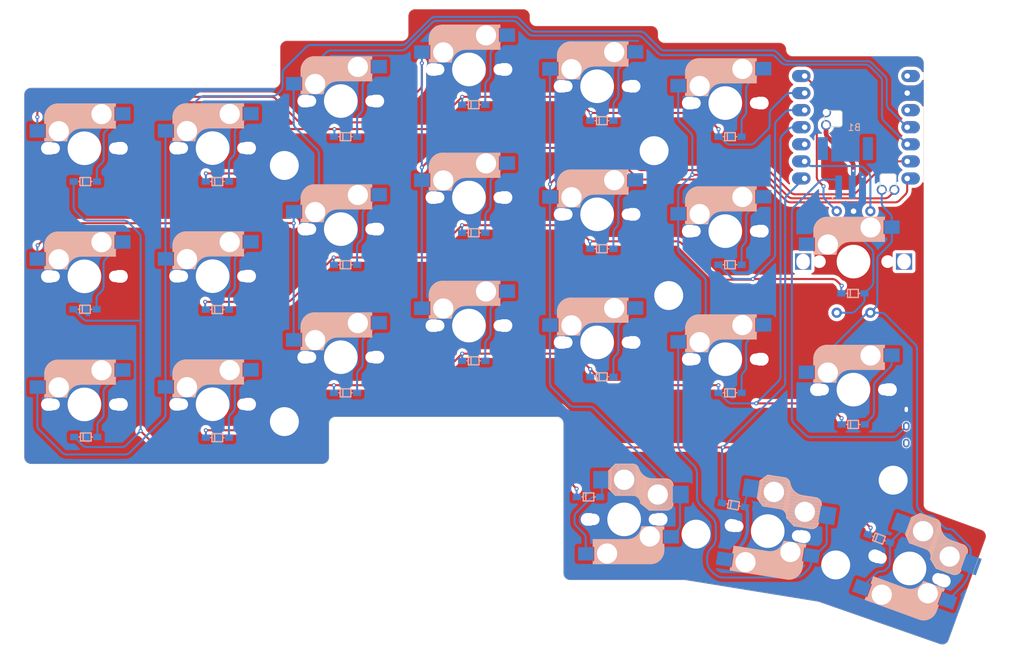
<source format=kicad_pcb>
(kicad_pcb (version 20240108) (generator "pcbnew") (generator_version "8.0")
  (layers (0 "F.Cu" signal) (31 "B.Cu" signal) (34 "B.Paste" user) (35 "F.Paste" user) (36 "B.SilkS" user "B.Silkscreen") (37 "F.SilkS" user "F.Silkscreen") (38 "B.Mask" user) (39 "F.Mask" user) (44 "Edge.Cuts" user))
  (net 0 "")
  (net 1 "Bat")
  (net 2 "Net-(B1--)")
  (net 3 "Net-(D1-A)")
  (net 4 "Row0")
  (net 5 "Net-(D2-A)")
  (net 6 "Row1")
  (net 7 "Net-(D3-A)")
  (net 8 "Row2")
  (net 9 "Net-(D4-A)")
  (net 10 "Row3")
  (net 11 "Net-(D5-A)")
  (net 12 "Net-(D6-A)")
  (net 13 "Net-(D7-A)")
  (net 14 "Net-(D8-A)")
  (net 15 "Net-(D9-A)")
  (net 16 "Net-(D10-A)")
  (net 17 "Net-(D11-A)")
  (net 18 "Net-(D12-A)")
  (net 19 "Net-(D13-A)")
  (net 20 "Net-(D14-A)")
  (net 21 "Net-(D15-A)")
  (net 22 "Net-(D16-A)")
  (net 23 "Net-(D17-A)")
  (net 24 "Net-(D18-A)")
  (net 25 "Net-(D19-A)")
  (net 26 "Net-(D20-A)")
  (net 27 "Net-(D21-A)")
  (net 28 "Col0")
  (net 29 "Col1")
  (net 30 "Col2")
  (net 31 "Col3")
  (net 32 "Col4")
  (net 33 "Col5")
  (net 34 "Net-(D22-A)")
  (net 35 "GND")
  (net 36 "VCC")
  (net 38 "Net-(D23-A)")
  (net 40 "RE_B")
  (net 42 "RE_A1")
  (footprint "roBa:Diode_SMD" (layer "F.Cu") (at 169.822778 86.380001)
    (property "Reference" "D18")
    (property "Value" "D" (hide yes))
  )
  (footprint "roBa:Diode_SMD" (layer "F.Cu") (at 169.822778 67.33)
    (property "Reference" "D17")
    (property "Value" "D" (hide yes))
  )
  (footprint "roBa:SW_MX" (layer "F.Cu") (at 152.85 78.85525 180)
    (property "Reference" "SW14" (hide yes))
    (property "Value" "SW_PUSH" (hide yes))
  )
  (footprint "roBa:Diode_SMD" (layer "F.Cu") (at 148.792778 120.92)
    (property "Reference" "D16")
    (property "Value" "D" (hide yes))
  )
  (footprint "roBa:Diode_SMD" (layer "F.Cu") (at 112.672778 105.430001)
    (property "Reference" "D7")
    (property "Value" "D" (hide yes))
  )
  (footprint "roBa:SW_MX" (layer "F.Cu") (at 171.9 81.3555 180)
    (property "Reference" "SW18" (hide yes))
    (property "Value" "SW_PUSH" (hide yes))
  )
  (footprint "roBa:SW_MX" (layer "F.Cu") (at 76.65 69.03 180)
    (property "Reference" "SW12" (hide yes))
    (property "Value" "SW_PUSH" (hide yes))
  )
  (footprint "roBa:SW_MX_Choc" (layer "F.Cu") (at 199.272833 131.574401 -20)
    (property "Reference" "SW23" (hide yes))
    (property "Value" "SW_PUSH" (hide yes))
  )
  (footprint "roBa:Diode_SMD" (layer "F.Cu") (at 150.772778 103.048751)
    (property "Reference" "D15")
    (property "Value" "D" (hide yes))
  )
  (footprint "roBa:SW_MX" (layer "F.Cu") (at 171.9 100.4055 180)
    (property "Reference" "SW19" (hide yes))
    (property "Value" "SW_PUSH" (hide yes))
  )
  (footprint "roBa:SW_MX" (layer "F.Cu") (at 95.7 69.005 180)
    (property "Reference" "SW1" (hide yes))
    (property "Value" "SW_PUSH" (hide yes))
  )
  (footprint "roBa:SW_MX" (layer "F.Cu") (at 152.85 59.805249 180)
    (property "Reference" "SW13" (hide yes))
    (property "Value" "SW_PUSH" (hide yes))
  )
  (footprint "MountingHole:MountingHole_4.3mm_M4" (layer "F.Cu") (at 188.30934 131.03)
    (property "Reference" "J7" (hide yes))
    (property "Value" "Conn_01x01-Connector_Generic" (hide yes))
  )
  (footprint "roBa:Diode_SMD" (layer "F.Cu") (at 131.722778 81.617501)
    (property "Reference" "D10")
    (property "Value" "D" (hide yes))
  )
  (footprint "MountingHole:MountingHole_4.3mm_M4" (layer "F.Cu") (at 106.36934 109.71)
    (property "Reference" "J2" (hide yes))
    (property "Value" "Conn_01x01-Connector_Generic" (hide yes))
  )
  (footprint "roBa:SW_MX" (layer "F.Cu") (at 133.8 76.355 180)
    (property "Reference" "SW10" (hide yes))
    (property "Value" "SW_PUSH" (hide yes))
  )
  (footprint "roBa:Diode_SMD" (layer "F.Cu") (at 73.996875 74)
    (property "Reference" "D12")
    (property "Value" "D" (hide yes))
  )
  (footprint "MountingHole:MountingHole_4.3mm_M4" (layer "F.Cu") (at 167.54934 126.45)
    (property "Reference" "J6" (hide yes))
    (property "Value" "Conn_01x01-Connector_Generic" (hide yes))
  )
  (footprint "roBa:Diode_SMD" (layer "F.Cu") (at 93.622778 93.047501)
    (property "Reference" "D2")
    (property "Value" "D" (hide yes))
  )
  (footprint "roBa:Diode_SMD" (layer "F.Cu") (at 188.133438 110.13)
    (property "Reference" "D22")
    (property "Value" "D" (hide yes))
  )
  (footprint "roBa:SW_MX" (layer "F.Cu") (at 133.8 57.305 180)
    (property "Reference" "SW9" (hide yes))
    (property "Value" "SW_PUSH" (hide yes))
  )
  (footprint "roBa:SW_MX" (layer "F.Cu") (at 152.85 97.90525 180)
    (property "Reference" "SW15" (hide yes))
    (property "Value" "SW_PUSH" (hide yes))
  )
  (footprint "roBa:SW_MX" (layer "F.Cu") (at 133.8 95.405 180)
    (property "Reference" "SW11" (hide yes))
    (property "Value" "SW_PUSH" (hide yes))
  )
  (footprint "roBa:SW_MX" (layer "F.Cu") (at 114.75 62.005499 180)
    (property "Reference" "SW5" (hide yes))
    (property "Value" "SW_PUSH" (hide yes))
  )
  (footprint "roBa:Diode_SMD" (layer "F.Cu") (at 93.622778 73.997501)
    (property "Reference" "D1")
    (property "Value" "D" (hide yes))
  )
  (footprint "roBa:SW_MX" (layer "F.Cu") (at 76.65 107.13 180)
    (property "Reference" "SW4" (hide yes))
    (property "Value" "SW_PUSH" (hide yes))
  )
  (footprint "MountingHole:MountingHole_4.3mm_M4" (layer "F.Cu") (at 163.48934 90.96)
    (property "Reference" "J4" (hide yes))
    (property "Value" "Conn_01x01-Connector_Generic" (hide yes))
  )
  (footprint "roBa:SW_MX" (layer "F.Cu") (at 171.9 62.305499 180)
    (property "Reference" "SW17" (hide yes))
    (property "Value" "SW_PUSH" (hide yes))
  )
  (footprint "MountingHole:MountingHole_4.3mm_M4" (layer "F.Cu") (at 106.35934 71.61)
    (property "Reference" "J1" (hide yes))
    (property "Value" "Conn_01x01-Connector_Generic" (hide yes))
  )
  (footprint "roBa:SW_MX" (layer "F.Cu") (at 190.95 104.93 180)
    (property "Reference" "SW22" (hide yes))
    (property "Value" "SW_PUSH" (hide yes))
  )
  (footprint "roBa:Diode_SMD" (layer "F.Cu") (at 74.073438 112)
    (property "Reference" "D4")
    (property "Value" "D" (hide yes))
  )
  (footprint "roBa:Diode_SMD" (layer "F.Cu") (at 169.822778 105.430001)
    (property "Reference" "D19")
    (property "Value" "D" (hide yes))
  )
  (footprint "roBa:SW_MX" (layer "F.Cu") (at 114.75 81.0555 180)
    (property "Reference" "SW6" (hide yes))
    (property "Value" "SW_PUSH" (hide yes))
  )
  (footprint "roBa:SW_MX_EC12" (layer "F.Cu") (at 190.99 85.89 180)
    (property "Reference" "SW21" (hide yes))
    (property "Value" "RotaryEncoder_Switch" (hide yes))
  )
  (footprint "roBa:Diode_SMD" (layer "F.Cu") (at 112.672778 67.33)
    (property "Reference" "D5")
    (property "Value" "D" (hide yes))
  )
  (footprint "roBa:SW_MX" (layer "F.Cu") (at 95.7 107.105 180)
    (property "Reference" "SW3" (hide yes))
    (property "Value" "SW_PUSH" (hide yes))
  )
  (footprint "roBa:Diode_SMD" (layer "F.Cu") (at 192.129726 126.14981 -20)
    (property "Reference" "D23")
    (property "Value" "D" (hide yes))
  )
  (footprint "roBa:SW_MX" (layer "F.Cu") (at 95.7 88.055 180)
    (property "Reference" "SW2" (hide yes))
    (property "Value" "SW_PUSH" (hide yes))
  )
  (footprint "roBa:SW_MX_Choc" (layer "F.Cu") (at 156.867 124.280251)
    (property "Reference" "SW16" (hide yes))
    (property "Value" "SW_PUSH" (hide yes))
  )
  (footprint "roBa:Diode_SMD" (layer "F.Cu") (at 73.946875 93)
    (property "Reference" "D8")
    (property "Value" "D" (hide yes))
  )
  (footprint "roBa:Diode_SMD" (layer "F.Cu") (at 150.772778 83.998751)
    (property "Reference" "D14")
    (property "Value" "D" (hide yes))
  )
  (footprint "roBa:Diode_SMD" (layer "F.Cu") (at 93.622778 112.097501)
    (property "Reference" "D3")
    (property "Value" "D" (hide yes))
  )
  (footprint "roBa:SW_MX" (layer "F.Cu") (at 76.65 88.08 180)
    (property "Reference" "SW8" (hide yes))
    (property "Value" "SW_PUSH" (hide yes))
  )
  (footprint "roBa:Diode_SMD" (layer "F.Cu") (at 131.722778 62.567501)
    (property "Reference" "D9")
    (property "Value" "D" (hide yes))
  )
  (footprint "roBa:Diode_SMD" (layer "F.Cu") (at 112.672778 86.380001)
    (property "Reference" "D6")
    (property "Value" "D" (hide yes))
  )
  (footprint "roBa:Diode_SMD" (layer "F.Cu") (at 188.093438 90.64)
    (property "Reference" "D21")
    (property "Value" "D" (hide yes))
  )
  (footprint "MountingHole:MountingHole_4.3mm_M4" (layer "F.Cu") (at 196.85 118.425)
    (property "Reference" "J5" (hide yes))
    (property "Value" "Conn_01x01-Connector_Generic" (hide yes))
  )
  (footprint "roBa:Diode_SMD" (layer "F.Cu") (at 131.722778 100.667501)
    (property "Reference" "D11")
    (property "Value" "D" (hide yes))
  )
  (footprint "roBa:Diode_SMD" (layer "F.Cu") (at 150.772778 64.94875)
    (property "Reference" "D13")
    (property "Value" "D" (hide yes))
  )
  (footprint "roBa:SW_MX" (layer "F.Cu") (at 114.75 100.1055 180)
    (property "Reference" "SW7" (hide yes))
    (property "Value" "SW_PUSH" (hide yes))
  )
  (footprint "roBa:XIAO_nRF52840_wBAT_wNFC_1" (layer "F.Cu") (at 191.31934 55.424)
    (property "Reference" "U1" (hide yes))
    (property "Value" "~" (hide yes))
    (fp_line (start -4.707753 9.749447) (end -4.707753 8.708047) (stroke (width 0.12)) (layer "Edge.Cuts"))
    (fp_line (start -4.021953 8.022247) (end -2.421753 8.022247) (stroke (width 0.12)) (layer "Edge.Cuts"))
    (fp_line (start -2.421753 10.435247) (end -4.021953 10.435247) (stroke (width 0.12)) (layer "Edge.Cuts"))
    (fp_line (start -2.040753 8.403247) (end -2.040753 10.054247) (stroke (width 0.12)) (layer "Edge.Cuts"))
    (fp_line (start 3.572247 19.391953) (end 3.572247 17.791753) (stroke (width 0.12)) (layer "Edge.Cuts"))
    (fp_line (start 3.953247 17.410753) (end 5.604247 17.410753) (stroke (width 0.12)) (layer "Edge.Cuts"))
    (fp_line (start 5.299447 20.077753) (end 4.258047 20.077753) (stroke (width 0.12)) (layer "Edge.Cuts"))
    (fp_line (start 5.985247 17.791753) (end 5.985247 19.391953) (stroke (width 0.12)) (layer "Edge.Cuts"))
    (fp_arc (start -4.707753 9.749447) (mid -4.104144 9.831638) (end -4.021953 10.435247) (stroke (width 0.12)) (layer "Edge.Cuts"))
    (fp_arc (start -4.021953 8.022247) (mid -4.104144 8.625856) (end -4.707753 8.708047) (stroke (width 0.12)) (layer "Edge.Cuts"))
    (fp_arc (start -2.421753 8.022247) (mid -2.152343 8.133837) (end -2.040753 8.403247) (stroke (width 0.12)) (layer "Edge.Cuts"))
    (fp_arc (start -2.040753 10.054247) (mid -2.152344 10.323656) (end -2.421753 10.435247) (stroke (width 0.12)) (layer "Edge.Cuts"))
    (fp_arc (start 3.572247 17.791753) (mid 3.683838 17.522342) (end 3.953247 17.410753) (stroke (width 0.12)) (layer "Edge.Cuts"))
    (fp_arc (start 3.572247 19.391953) (mid 4.175856 19.474144) (end 4.258047 20.077753) (stroke (width 0.12)) (layer "Edge.Cuts"))
    (fp_arc (start 5.299447 20.077753) (mid 5.38164 19.474141) (end 5.985247 19.391953) (stroke (width 0.12)) (layer "Edge.Cuts"))
    (fp_arc (start 5.604247 17.410753) (mid 5.873656 17.522344) (end 5.985247 17.791753) (stroke (width 0.12)) (layer "Edge.Cuts"))
  )
  (footprint "roBa:SW_MX_Choc" (layer "F.Cu") (at 178.20034 126.019949 -9)
    (property "Reference" "SW20" (hide yes))
    (property "Value" "SW_PUSH" (hide yes))
  )
  (footprint "roBa:Diode_SMD" (layer "F.Cu") (at 170.3803 121.637584 -10)
    (property "Reference" "D20")
    (property "Value" "D" (hide yes))
  )
  (footprint "MountingHole:MountingHole_4.3mm_M4" (layer "F.Cu") (at 161.31934 69.41)
    (property "Reference" "J3" (hide yes))
    (property "Value" "Conn_01x01-Connector_Generic" (hide yes))
  )
  (footprint "roBa:JST_S2B-PH-SM4-TB" (layer "B.Cu") (at 189.75 74.85 180)
    (property "Reference" "B1")
    (property "Value" "BATT")
  )
  (footprint "roBa:TGSW_MSK-12D19" (layer "B.Cu") (at 201.55 110.4 90)
    (property "Reference" "SW24")
    (property "Value" "SW_SPDT" (hide yes))
  )
  (gr_arc (start 68.707062 116) (mid 67.999994 115.707068) (end 67.707062 115) (stroke (width 0.05)) (layer "Edge.Cuts"))
  (gr_arc (start 141.84934 48.37) (mid 142.556447 48.662893) (end 142.84934 49.37) (stroke (width 0.05)) (layer "Edge.Cuts"))
  (gr_line (start 143.84934 50.87) (end 160.89934 50.87) (stroke (width 0.05)) (layer "Edge.Cuts"))
  (gr_line (start 125.799342 48.37) (end 141.84934 48.37) (stroke (width 0.05)) (layer "Edge.Cuts"))
  (gr_line (start 146.84934 109) (end 114 109) (stroke (width 0.05)) (layer "Edge.Cuts"))
  (gr_arc (start 146.84934 109) (mid 147.556422 109.292907) (end 147.84934 110) (stroke (width 0.05)) (layer "Edge.Cuts"))
  (gr_arc (start 205.084349 142.200173) (mid 204.573277 142.761647) (end 203.815126 142.802311) (stroke (width 0.05)) (layer "Edge.Cuts"))
  (gr_line (start 147.84934 132.269997) (end 147.84934 110) (stroke (width 0.05)) (layer "Edge.Cuts"))
  (gr_line (start 201.395509 56.370004) (end 201.395507 57.370002) (stroke (width 0.05)) (layer "Edge.Cuts"))
  (gr_line (start 68.707094 60.07) (end 104.749342 60.07) (stroke (width 0.05)) (layer "Edge.Cuts"))
  (gr_arc (start 162.89934 53.37) (mid 162.192233 53.077107) (end 161.89934 52.37) (stroke (width 0.05)) (layer "Edge.Cuts"))
  (gr_arc (start 160.89934 50.87) (mid 161.606447 51.162893) (end 161.89934 51.87) (stroke (width 0.05)) (layer "Edge.Cuts"))
  (gr_arc (start 113 110) (mid 113.292897 109.29291) (end 114 109) (stroke (width 0.05)) (layer "Edge.Cuts"))
  (gr_arc (start 113 115) (mid 112.70711 115.707124) (end 112 116) (stroke (width 0.05)) (layer "Edge.Cuts"))
  (gr_line (start 165.737786 133.269997) (end 148.84934 133.269997) (stroke (width 0.05)) (layer "Edge.Cuts"))
  (gr_arc (start 165.737786 133.269997) (mid 165.898817 133.27649) (end 166.058802 133.295928) (stroke (width 0.05)) (layer "Edge.Cuts"))
  (gr_line (start 142.84934 49.37) (end 142.84934 49.87) (stroke (width 0.05)) (layer "Edge.Cuts"))
  (gr_arc (start 181.94934 55.37) (mid 181.242233 55.077107) (end 180.94934 54.37) (stroke (width 0.05)) (layer "Edge.Cuts"))
  (gr_line (start 67.707062 115) (end 67.707075 61.07) (stroke (width 0.05)) (layer "Edge.Cuts"))
  (gr_line (start 124.799342 52.07) (end 124.799342 49.37) (stroke (width 0.05)) (layer "Edge.Cuts"))
  (gr_line (start 161.89934 51.87) (end 161.89934 52.37) (stroke (width 0.05)) (layer "Edge.Cuts"))
  (gr_line (start 112 116) (end 68.707062 116) (stroke (width 0.05)) (layer "Edge.Cuts"))
  (gr_line (start 185.581571 136.470653) (end 166.058802 133.295928) (stroke (width 0.05)) (layer "Edge.Cuts"))
  (gr_line (start 210.578499 127.104515) (end 205.084349 142.200173) (stroke (width 0.05)) (layer "Edge.Cuts"))
  (gr_arc (start 143.84934 50.87) (mid 143.142233 50.577107) (end 142.84934 49.87) (stroke (width 0.05)) (layer "Edge.Cuts"))
  (gr_arc (start 209.98081 125.82281) (mid 210.545104 126.339877) (end 210.578499 127.104515) (stroke (width 0.05)) (layer "Edge.Cuts"))
  (gr_line (start 162.89934 53.37) (end 179.94934 53.37) (stroke (width 0.05)) (layer "Edge.Cuts"))
  (gr_line (start 105.749342 59.07) (end 105.749342 54.07) (stroke (width 0.05)) (layer "Edge.Cuts"))
  (gr_line (start 106.749342 53.07) (end 123.799342 53.07) (stroke (width 0.05)) (layer "Edge.Cuts"))
  (gr_arc (start 200.395509 55.370002) (mid 201.102616 55.662896) (end 201.395509 56.370004) (stroke (width 0.05)) (layer "Edge.Cuts"))
  (gr_arc (start 124.799342 49.37) (mid 125.092235 48.662893) (end 125.799342 48.37) (stroke (width 0.05)) (layer "Edge.Cuts"))
  (gr_line (start 113 110) (end 113 115) (stroke (width 0.05)) (layer "Edge.Cuts"))
  (gr_arc (start 105.749342 54.07) (mid 106.042235 53.362893) (end 106.749342 53.07) (stroke (width 0.05)) (layer "Edge.Cuts"))
  (gr_arc (start 67.707075 61.07) (mid 67.999991 60.362916) (end 68.707075 60.07) (stroke (width 0.05)) (layer "Edge.Cuts"))
  (gr_line (start 181.94934 55.37) (end 200.395509 55.370002) (stroke (width 0.05)) (layer "Edge.Cuts"))
  (gr_arc (start 148.84934 133.269997) (mid 148.142233 132.977104) (end 147.84934 132.269997) (stroke (width 0.05)) (layer "Edge.Cuts"))
  (gr_arc (start 105.749342 59.07) (mid 105.456449 59.777107) (end 104.749342 60.07) (stroke (width 0.05)) (layer "Edge.Cuts"))
  (gr_arc (start 202.053499 122.937621) (mid 201.576359 122.571506) (end 201.395507 121.997924) (stroke (width 0.05)) (layer "Edge.Cuts"))
  (gr_line (start 203.815126 142.802311) (end 185.919606 136.556428) (stroke (width 0.05)) (layer "Edge.Cuts"))
  (gr_line (start 202.053499 122.937621) (end 209.98081 125.82281) (stroke (width 0.05)) (layer "Edge.Cuts"))
  (gr_arc (start 179.94934 53.37) (mid 180.656447 53.662893) (end 180.94934 54.37) (stroke (width 0.05)) (layer "Edge.Cuts"))
  (gr_arc (start 124.799342 52.07) (mid 124.506449 52.777107) (end 123.799342 53.07) (stroke (width 0.05)) (layer "Edge.Cuts"))
  (gr_arc (start 185.581571 136.470653) (mid 185.752462 136.506159) (end 185.919606 136.556429) (stroke (width 0.05)) (layer "Edge.Cuts"))
  (gr_line (start 201.395507 57.370002) (end 201.395507 121.997924) (stroke (width 0.05)) (layer "Edge.Cuts"))
  (segment (start 186.87434 65.607) (end 186.87434 66.760126) (width 0.7) (layer "F.Cu") (net 1))
  (segment (start 187.167233 67.467233) (end 190.637107 70.937107) (width 0.7) (layer "F.Cu") (net 1))
  (segment (start 190.93 71.644214) (end 190.93 72.4) (width 0.7) (layer "F.Cu") (net 1))
  (via (at 190.93 72.4) (size 0.6) (drill 0.3) (layers "F.Cu" "B.Cu") (net 1))
  (arc (start 186.87434 66.760126) (mid 186.95046 67.142809) (end 187.167233 67.467233) (width 0.7) (layer "F.Cu") (net 1))
  (arc (start 190.93 71.644214) (mid 190.85388 71.261531) (end 190.637107 70.937107) (width 0.7) (layer "F.Cu") (net 1))
  (segment (start 190.93 72.4) (end 190.93 74.765) (width 0.7) (layer "B.Cu") (net 1))
  (segment (start 187.93 73.7) (end 186.614214 73.7) (width 0.3) (layer "B.Cu") (net 2))
  (segment (start 185.907107 73.992893) (end 182.092893 77.807107) (width 0.3) (layer "B.Cu") (net 2))
  (segment (start 188.93 74.765) (end 188.93 74.7) (width 0.3) (layer "B.Cu") (net 2))
  (segment (start 182.092893 109.992893) (end 183.807107 111.707107) (width 0.3) (layer "B.Cu") (net 2))
  (segment (start 181.8 78.514214) (end 181.8 109.285786) (width 0.3) (layer "B.Cu") (net 2))
  (segment (start 197.492893 111.707107) (end 198.8 110.4) (width 0.3) (layer "B.Cu") (net 2))
  (segment (start 184.514214 112) (end 196.785786 112) (width 0.3) (layer "B.Cu") (net 2))
  (arc (start 197.492893 111.707107) (mid 197.16847 111.92388) (end 196.785786 112) (width 0.3) (layer "B.Cu") (net 2))
  (arc (start 181.8 78.514214) (mid 181.87612 78.131531) (end 182.092893 77.807107) (width 0.3) (layer "B.Cu") (net 2))
  (arc (start 184.514214 112) (mid 184.131531 111.92388) (end 183.807107 111.707107) (width 0.3) (layer "B.Cu") (net 2))
  (arc (start 185.907107 73.992893) (mid 186.23153 73.77612) (end 186.614214 73.7) (width 0.3) (layer "B.Cu") (net 2))
  (arc (start 182.092893 109.992893) (mid 181.87612 109.66847) (end 181.8 109.285786) (width 0.3) (layer "B.Cu") (net 2))
  (arc (start 187.93 73.7) (mid 188.637107 73.992893) (end 188.93 74.7) (width 0.3) (layer "B.Cu") (net 2))
  (segment (start 99 69.585786) (end 99 66.724214) (width 0.3) (layer "B.Cu") (net 3))
  (segment (start 98.418796 70.581204) (end 98.707107 70.292893) (width 0.3) (layer "B.Cu") (net 3))
  (segment (start 99.292893 66.017107) (end 101.4 63.91) (width 0.3) (layer "B.Cu") (net 3))
  (segment (start 98.125903 73.997501) (end 98.125903 71.288311) (width 0.3) (layer "B.Cu") (net 3))
  (arc (start 99 69.585786) (mid 98.92388 69.968469) (end 98.707107 70.292893) (width 0.3) (layer "B.Cu") (net 3))
  (arc (start 98.418796 70.581204) (mid 98.202023 70.905627) (end 98.125903 71.288311) (width 0.3) (layer "B.Cu") (net 3))
  (arc (start 99 66.724214) (mid 99.07612 66.341531) (end 99.292893 66.017107) (width 0.3) (layer "B.Cu") (net 3))
  (segment (start 168.792893 64.092893) (end 170.9 66.2) (width 0.3) (layer "F.Cu") (net 4))
  (segment (start 151.9 63.8) (end 168.085786 63.8) (width 0.3) (layer "F.Cu") (net 4))
  (segment (start 94.7 72.8) (end 99.985786 72.8) (width 0.3) (layer "F.Cu") (net 4))
  (segment (start 132.8 61.4) (end 149.085786 61.4) (width 0.3) (layer "F.Cu") (net 4))
  (segment (start 149.792893 61.692893) (end 151.9 63.8) (width 0.3) (layer "F.Cu") (net 4))
  (segment (start 128.292893 65.907107) (end 132.8 61.4) (width 0.3) (layer "F.Cu") (net 4))
  (segment (start 100.692893 72.507107) (end 106.707107 66.492893) (width 0.3) (layer "F.Cu") (net 4))
  (segment (start 113.8 66.2) (end 127.585786 66.2) (width 0.3) (layer "F.Cu") (net 4))
  (segment (start 107.414214 66.2) (end 113.8 66.2) (width 0.3) (layer "F.Cu") (net 4))
  (via (at 132.8 61.4) (size 0.6) (drill 0.3) (layers "F.Cu" "B.Cu") (net 4))
  (via (at 170.9 66.2) (size 0.6) (drill 0.3) (layers "F.Cu" "B.Cu") (net 4))
  (via (at 113.8 66.2) (size 0.6) (drill 0.3) (layers "F.Cu" "B.Cu") (net 4))
  (via (at 151.9 63.8) (size 0.6) (drill 0.3) (layers "F.Cu" "B.Cu") (net 4))
  (via (at 94.7 72.8) (size 0.6) (drill 0.3) (layers "F.Cu" "B.Cu") (net 4))
  (arc (start 149.085786 61.4) (mid 149.468469 61.47612) (end 149.792893 61.692893) (width 0.3) (layer "F.Cu") (net 4))
  (arc (start 168.085786 63.8) (mid 168.468469 63.87612) (end 168.792893 64.092893) (width 0.3) (layer "F.Cu") (net 4))
  (arc (start 107.414214 66.2) (mid 107.031531 66.27612) (end 106.707107 66.492893) (width 0.3) (layer "F.Cu") (net 4))
  (arc (start 100.692893 72.507107) (mid 100.36847 72.72388) (end 99.985786 72.8) (width 0.3) (layer "F.Cu") (net 4))
  (arc (start 127.585786 66.2) (mid 127.968469 66.12388) (end 128.292893 65.907107) (width 0.3) (layer "F.Cu") (net 4))
  (segment (start 113.8 67.255903) (end 113.725903 67.33) (width 0.3) (layer "B.Cu") (net 4))
  (segment (start 171.192893 67.492893) (end 171.907107 68.207107) (width 0.3) (layer "B.Cu") (net 4))
  (segment (start 176.292893 68.207107) (end 178.207107 66.292893) (width 0.3) (layer "B.Cu") (net 4))
  (segment (start 132.8 62.543404) (end 132.775903 62.567501) (width 0.3) (layer "B.Cu") (net 4))
  (segment (start 94.7 73.973404) (end 94.675903 73.997501) (width 0.3) (layer "B.Cu") (net 4))
  (segment (start 172.614214 68.5) (end 175.585786 68.5) (width 0.3) (layer "B.Cu") (net 4))
  (segment (start 178.5 65.585786) (end 178.5 63.914214) (width 0.3) (layer "B.Cu") (net 4))
  (segment (start 181.570214 60.844) (end 183.69934 60.844) (width 0.3) (layer "B.Cu") (net 4))
  (segment (start 132.8 61.4) (end 132.8 62.543404) (width 0.3) (layer "B.Cu") (net 4))
  (segment (start 113.8 66.2) (end 113.8 67.255903) (width 0.3) (layer "B.Cu") (net 4))
  (segment (start 94.7 72.8) (end 94.7 73.973404) (width 0.3) (layer "B.Cu") (net 4))
  (segment (start 151.9 64.874653) (end 151.825903 64.94875) (width 0.3) (layer "B.Cu") (net 4))
  (segment (start 170.9 66.2) (end 170.9 66.785786) (width 0.3) (layer "B.Cu") (net 4))
  (segment (start 178.792893 63.207107) (end 180.863107 61.136893) (width 0.3) (layer "B.Cu") (net 4))
  (segment (start 151.9 63.8) (end 151.9 64.874653) (width 0.3) (layer "B.Cu") (net 4))
  (arc (start 178.5 63.914214) (mid 178.57612 63.531531) (end 178.792893 63.207107) (width 0.3) (layer "B.Cu") (net 4))
  (arc (start 172.614214 68.5) (mid 172.231531 68.42388) (end 171.907107 68.207107) (width 0.3) (layer "B.Cu") (net 4))
  (arc (start 181.570214 60.844) (mid 181.187531 60.92012) (end 180.863107 61.136893) (width 0.3) (layer "B.Cu") (net 4))
  (arc (start 178.5 65.585786) (mid 178.42388 65.968469) (end 178.207107 66.292893) (width 0.3) (layer "B.Cu") (net 4))
  (arc (start 171.192893 67.492893) (mid 170.97612 67.16847) (end 170.9 66.785786) (width 0.3) (layer "B.Cu") (net 4))
  (arc (start 176.292893 68.207107) (mid 175.96847 68.42388) (end 175.585786 68.5) (width 0.3) (layer "B.Cu") (net 4))
  (segment (start 98.125903 93.047501) (end 98.125903 91.288311) (width 0.3) (layer "B.Cu") (net 5))
  (segment (start 98.418796 90.581204) (end 98.707107 90.292893) (width 0.3) (layer "B.Cu") (net 5))
  (segment (start 99.292893 85.067107) (end 101.4 82.96) (width 0.3) (layer "B.Cu") (net 5))
  (segment (start 99 89.585786) (end 99 85.774214) (width 0.3) (layer "B.Cu") (net 5))
  (arc (start 99 89.585786) (mid 98.92388 89.968469) (end 98.707107 90.292893) (width 0.3) (layer "B.Cu") (net 5))
  (arc (start 98.125903 91.288311) (mid 98.202023 90.905628) (end 98.418796 90.581204) (width 0.3) (layer "B.Cu") (net 5))
  (arc (start 99.292893 85.067107) (mid 99.07612 85.39153) (end 99 85.774214) (width 0.3) (layer "B.Cu") (net 5))
  (segment (start 151.8 82.9) (end 164.685786 82.9) (width 0.3) (layer "F.Cu") (net 6))
  (segment (start 165.392893 83.192893) (end 170.507107 88.307107) (width 0.3) (layer "F.Cu") (net 6))
  (segment (start 171.214214 88.6) (end 175.9 88.6) (width 0.3) (layer "F.Cu") (net 6))
  (segment (start 176 88.5) (end 187.785786 88.5) (width 0.3) (layer "F.Cu") (net 6))
  (segment (start 149.692893 80.792893) (end 151.8 82.9) (width 0.3) (layer "F.Cu") (net 6))
  (segment (start 107.392893 91.607107) (end 113.7 85.3) (width 0.3) (layer "F.Cu") (net 6))
  (segment (start 128.268796 85.007107) (end 132.775903 80.5) (width 0.3) (layer "F.Cu") (net 6))
  (segment (start 94.6 91.9) (end 106.685786 91.9) (width 0.3) (layer "F.Cu") (net 6))
  (segment (start 188.492893 88.792893) (end 189.2 89.5) (width 0.3) (layer "F.Cu") (net 6))
  (segment (start 113.7 85.3) (end 127.561689 85.3) (width 0.3) (layer "F.Cu") (net 6))
  (segment (start 175.9 88.6) (end 176 88.5) (width 0.3) (layer "F.Cu") (net 6))
  (segment (start 132.775903 80.5) (end 148.985786 80.5) (width 0.3) (layer "F.Cu") (net 6))
  (via (at 189.2 89.5) (size 0.6) (drill 0.3) (layers "F.Cu" "B.Cu") (net 6))
  (via (at 94.6 91.9) (size 0.6) (drill 0.3) (layers "F.Cu" "B.Cu") (net 6))
  (via (at 113.7 85.3) (size 0.6) (drill 0.3) (layers "F.Cu" "B.Cu") (net 6))
  (via (at 151.8 82.9) (size 0.6) (drill 0.3) (layers "F.Cu" "B.Cu") (net 6))
  (via (at 132.775903 80.5) (size 0.6) (drill 0.3) (layers "F.Cu" "B.Cu") (net 6))
  (via (at 176 88.5) (size 0.6) (drill 0.3) (layers "F.Cu" "B.Cu") (net 6))
  (arc (start 148.985786 80.5) (mid 149.368469 80.57612) (end 149.692893 80.792893) (width 0.3) (layer "F.Cu") (net 6))
  (arc (start 107.392893 91.607107) (mid 107.06847 91.82388) (end 106.685786 91.9) (width 0.3) (layer "F.Cu") (net 6))
  (arc (start 127.561689 85.3) (mid 127.944372 85.22388) (end 128.268796 85.007107) (width 0.3) (layer "F.Cu") (net 6))
  (arc (start 187.785786 88.5) (mid 188.168469 88.57612) (end 188.492893 88.792893) (width 0.3) (layer "F.Cu") (net 6))
  (arc (start 170.507107 88.307107) (mid 170.83153 88.52388) (end 171.214214 88.6) (width 0.3) (layer "F.Cu") (net 6))
  (arc (start 165.392893 83.192893) (mid 165.06847 82.97612) (end 164.685786 82.9) (width 0.3) (layer "F.Cu") (net 6))
  (segment (start 94.6 92.971598) (end 94.675903 93.047501) (width 0.3) (layer "B.Cu") (net 6))
  (segment (start 173.410116 88.5) (end 176 88.5) (width 0.3) (layer "B.Cu") (net 6))
  (segment (start 94.6 91.9) (end 94.6 92.971598) (width 0.3) (layer "B.Cu") (net 6))
  (segment (start 170.875903 86.380001) (end 172.703009 88.207107) (width 0.3) (layer "B.Cu") (net 6))
  (segment (start 181.530214 63.384) (end 183.69934 63.384) (width 0.3) (layer "B.Cu") (net 6))
  (segment (start 179.3 84.785786) (end 179.3 65.614214) (width 0.3) (layer "B.Cu") (net 6))
  (segment (start 179.592893 64.907107) (end 180.823107 63.676893) (width 0.3) (layer "B.Cu") (net 6))
  (segment (start 189.146563 89.553437) (end 189.2 89.5) (width 0.3) (layer "B.Cu") (net 6))
  (segment (start 176 88.5) (end 179.007107 85.492893) (width 0.3) (layer "B.Cu") (net 6))
  (segment (start 132.775903 80.5) (end 132.775903 81.617501) (width 0.3) (layer "B.Cu") (net 6))
  (segment (start 189.146563 90.64) (end 189.146563 89.553437) (width 0.3) (layer "B.Cu") (net 6))
  (segment (start 113.7 85.3) (end 113.7 86.354098) (width 0.3) (layer "B.Cu") (net 6))
  (segment (start 113.7 86.354098) (end 113.725903 86.380001) (width 0.3) (layer "B.Cu") (net 6))
  (segment (start 151.8 82.9) (end 151.8 83.972848) (width 0.3) (layer "B.Cu") (net 6))
  (segment (start 151.8 83.972848) (end 151.825903 83.998751) (width 0.3) (layer "B.Cu") (net 6))
  (arc (start 181.530214 63.384) (mid 181.147531 63.46012) (end 180.823107 63.676893) (width 0.3) (layer "B.Cu") (net 6))
  (arc (start 179.3 84.785786) (mid 179.22388 85.168469) (end 179.007107 85.492893) (width 0.3) (layer "B.Cu") (net 6))
  (arc (start 179.592893 64.907107) (mid 179.37612 65.23153) (end 179.3 65.614214) (width 0.3) (layer "B.Cu") (net 6))
  (arc (start 173.410116 88.5) (mid 173.027433 88.42388) (end 172.703009 88.207107) (width 0.3) (layer "B.Cu") (net 6))
  (segment (start 99 107.585786) (end 99 104.824214) (width 0.3) (layer "B.Cu") (net 7))
  (segment (start 99.292893 104.117107) (end 101.4 102.01) (width 0.3) (layer "B.Cu") (net 7))
  (segment (start 98.418796 108.581204) (end 98.707107 108.292893) (width 0.3) (layer "B.Cu") (net 7))
  (segment (start 98.125903 112.097501) (end 98.125903 109.288311) (width 0.3) (layer "B.Cu") (net 7))
  (arc (start 99 107.585786) (mid 98.92388 107.968469) (end 98.707107 108.292893) (width 0.3) (layer "B.Cu") (net 7))
  (arc (start 98.418796 108.581204) (mid 98.202023 108.905627) (end 98.125903 109.288311) (width 0.3) (layer "B.Cu") (net 7))
  (arc (start 99.292893 104.117107) (mid 99.07612 104.44153) (end 99 104.824214) (width 0.3) (layer "B.Cu") (net 7))
  (segment (start 151.825903 101.9) (end 153.93301 104.007107) (width 0.3) (layer "F.Cu") (net 8))
  (segment (start 176.5 107) (end 186.572349 107) (width 0.3) (layer "F.Cu") (net 8))
  (segment (start 187.279456 107.292893) (end 189.186563 109.2) (width 0.3) (layer "F.Cu") (net 8))
  (segment (start 132.8 99.6) (end 149.111689 99.6) (width 0.3) (layer "F.Cu") (net 8))
  (segment (start 94.7 111) (end 99.885786 111) (width 0.3) (layer "F.Cu") (net 8))
  (segment (start 154.640117 104.3) (end 170.875903 104.3) (width 0.3) (layer "F.Cu") (net 8))
  (segment (start 149.818796 99.892893) (end 151.825903 101.9) (width 0.3) (layer "F.Cu") (net 8))
  (segment (start 100.592893 110.707107) (end 106.707107 104.592893) (width 0.3) (layer "F.Cu") (net 8))
  (segment (start 107.414214 104.3) (end 113.725903 104.3) (width 0.3) (layer "F.Cu") (net 8))
  (segment (start 128.392893 104.007107) (end 132.8 99.6) (width 0.3) (layer "F.Cu") (net 8))
  (segment (start 113.725903 104.3) (end 127.685786 104.3) (width 0.3) (layer "F.Cu") (net 8))
  (via (at 170.875903 104.3) (size 0.6) (drill 0.3) (layers "F.Cu" "B.Cu") (net 8))
  (via (at 151.825903 101.9) (size 0.6) (drill 0.3) (layers "F.Cu" "B.Cu") (net 8))
  (via (at 113.725903 104.3) (size 0.6) (drill 0.3) (layers "F.Cu" "B.Cu") (net 8))
  (via (at 176.5 107) (size 0.6) (drill 0.3) (layers "F.Cu" "B.Cu") (net 8))
  (via (at 94.7 111) (size 0.6) (drill 0.3) (layers "F.Cu" "B.Cu") (net 8))
  (via (at 189.186563 109.2) (size 0.6) (drill 0.3) (layers "F.Cu" "B.Cu") (net 8))
  (via (at 132.8 99.6) (size 0.6) (drill 0.3) (layers "F.Cu" "B.Cu") (net 8))
  (arc (start 100.592893 110.707107) (mid 100.26847 110.92388) (end 99.885786 111) (width 0.3) (layer "F.Cu") (net 8))
  (arc (start 154.640117 104.3) (mid 154.257434 104.22388) (end 153.93301 104.007107) (width 0.3) (layer "F.Cu") (net 8))
  (arc (start 107.414214 104.3) (mid 107.031531 104.37612) (end 106.707107 104.592893) (width 0.3) (layer "F.Cu") (net 8))
  (arc (start 127.685786 104.3) (mid 128.068469 104.22388) (end 128.392893 104.007107) (width 0.3) (layer "F.Cu") (net 8))
  (arc (start 149.818796 99.892893) (mid 149.494373 99.67612) (end 149.111689 99.6) (width 0.3) (layer "F.Cu") (net 8))
  (arc (start 186.572349 107) (mid 186.955032 107.07612) (end 187.279456 107.292893) (width 0.3) (layer "F.Cu") (net 8))
  (segment (start 94.7 111) (end 94.7 112.073404) (width 0.3) (layer "B.Cu") (net 8))
  (segment (start 132.8 100.643404) (end 132.775903 100.667501) (width 0.3) (layer "B.Cu") (net 8))
  (segment (start 170.875903 104.3) (end 170.875903 104.961689) (width 0.3) (layer "B.Cu") (net 8))
  (segment (start 132.8 99.6) (end 132.8 100.643404) (width 0.3) (layer "B.Cu") (net 8))
  (segment (start 113.725903 104.3) (end 113.725903 105.430001) (width 0.3) (layer "B.Cu") (net 8))
  (segment (start 151.825903 101.9) (end 151.825903 103.048751) (width 0.3) (layer "B.Cu") (net 8))
  (segment (start 94.7 112.073404) (end 94.675903 112.097501) (width 0.3) (layer "B.Cu") (net 8))
  (segment (start 180.392893 67.107107) (end 181.283107 66.216893) (width 0.3) (layer "B.Cu") (net 8))
  (segment (start 180.1 102.985786) (end 180.1 67.814214) (width 0.3) (layer "B.Cu") (net 8))
  (segment (start 176.5 107) (end 179.807107 103.692893) (width 0.3) (layer "B.Cu") (net 8))
  (segment (start 172.914214 107) (end 176.5 107) (width 0.3) (layer "B.Cu") (net 8))
  (segment (start 171.168796 105.668796) (end 172.207107 106.707107) (width 0.3) (layer "B.Cu") (net 8))
  (segment (start 189.186563 110.13) (end 189.186563 109.2) (width 0.3) (layer "B.Cu") (net 8))
  (segment (start 181.990214 65.924) (end 183.69934 65.924) (width 0.3) (layer "B.Cu") (net 8))
  (arc (start 170.875903 104.961689) (mid 170.952023 105.344372) (end 171.168796 105.668796) (width 0.3) (layer "B.Cu") (net 8))
  (arc (start 180.1 67.814214) (mid 180.17612 67.431531) (end 180.392893 67.107107) (width 0.3) (layer "B.Cu") (net 8))
  (arc (start 172.207107 106.707107) (mid 172.53153 106.92388) (end 172.914214 107) (width 0.3) (layer "B.Cu") (net 8))
  (arc (start 180.1 102.985786) (mid 180.02388 103.368469) (end 179.807107 103.692893) (width 0.3) (layer "B.Cu") (net 8))
  (arc (start 181.990214 65.924) (mid 181.607531 66.00012) (end 181.283107 66.216893) (width 0.3) (layer "B.Cu") (net 8))
  (segment (start 79.792893 104.592107) (end 82.35 102.035) (width 0.3) (layer "B.Cu") (net 9))
  (segment (start 79.5 108.585786) (end 79.5 105.299214) (width 0.3) (layer "B.Cu") (net 9))
  (segment (start 78.869456 109.630544) (end 79.207107 109.292893) (width 0.3) (layer "B.Cu") (net 9))
  (segment (start 78.576563 112) (end 78.576563 110.337651) (width 0.3) (layer "B.Cu") (net 9))
  (arc (start 79.5 108.585786) (mid 79.42388 108.968469) (end 79.207107 109.292893) (width 0.3) (layer "B.Cu") (net 9))
  (arc (start 79.792893 104.592107) (mid 79.57612 104.91653) (end 79.5 105.299214) (width 0.3) (layer "B.Cu") (net 9))
  (arc (start 78.576563 110.337651) (mid 78.652683 109.954968) (end 78.869456 109.630544) (width 0.3) (layer "B.Cu") (net 9))
  (segment (start 111.9 112.785786) (end 111.9 109.414214) (width 0.3) (layer "F.Cu") (net 10))
  (segment (start 181.842893 113.842893) (end 193.5 125.5) (width 0.3) (layer "F.Cu") (net 10))
  (segment (start 149.15 113.55) (end 149.1 113.5) (width 0.3) (layer "F.Cu") (net 10))
  (segment (start 149.1 113.5) (end 149.1 118.585786) (width 0.3) (layer "F.Cu") (net 10))
  (segment (start 110.392893 114.707107) (end 111.607107 113.492893) (width 0.3) (layer "F.Cu") (net 10))
  (segment (start 147.592893 107.792893) (end 148.807107 109.007107) (width 0.3) (layer "F.Cu") (net 10))
  (segment (start 113.814214 107.5) (end 146.885786 107.5) (width 0.3) (layer "F.Cu") (net 10))
  (segment (start 171.55 113.55) (end 181.135786 113.55) (width 0.3) (layer "F.Cu") (net 10))
  (segment (start 171.55 113.55) (end 149.15 113.55) (width 0.3) (layer "F.Cu") (net 10))
  (segment (start 112.192893 108.707107) (end 113.107107 107.792893) (width 0.3) (layer "F.Cu") (net 10))
  (segment (start 149.1 109.714214) (end 149.1 113.5) (width 0.3) (layer "F.Cu") (net 10))
  (segment (start 149.392893 119.292893) (end 149.8 119.7) (width 0.3) (layer "F.Cu") (net 10))
  (segment (start 89.314214 115) (end 109.685786 115) (width 0.3) (layer "F.Cu") (net 10))
  (segment (start 85 111.1) (end 88.607107 114.707107) (width 0.3) (layer "F.Cu") (net 10))
  (via (at 149.8 119.7) (size 0.6) (drill 0.3) (layers "F.Cu" "B.Cu") (net 10))
  (via (at 85 111.1) (size 0.6) (drill 0.3) (layers "F.Cu" "B.Cu") (net 10))
  (via (at 193.5 125.5) (size 0.6) (drill 0.3) (layers "F.Cu" "B.Cu") (net 10))
  (via (at 171.55 113.55) (size 0.6) (drill 0.3) (layers "F.Cu" "B.Cu") (net 10))
  (arc (start 111.9 109.414214) (mid 111.97612 109.031531) (end 112.192893 108.707107) (width 0.3) (layer "F.Cu") (net 10))
  (arc (start 88.607107 114.707107) (mid 88.93153 114.92388) (end 89.314214 115) (width 0.3) (layer "F.Cu") (net 10))
  (arc (start 148.807107 109.007107) (mid 149.02388 109.33153) (end 149.1 109.714214) (width 0.3) (layer "F.Cu") (net 10))
  (arc (start 181.135786 113.55) (mid 181.518469 113.62612) (end 181.842893 113.842893) (width 0.3) (layer "F.Cu") (net 10))
  (arc (start 111.607107 113.492893) (mid 111.82388 113.16847) (end 111.9 112.785786) (width 0.3) (layer "F.Cu") (net 10))
  (arc (start 149.392893 119.292893) (mid 149.17612 118.96847) (end 149.1 118.585786) (width 0.3) (layer "F.Cu") (net 10))
  (arc (start 110.392893 114.707107) (mid 110.06847 114.92388) (end 109.685786 115) (width 0.3) (layer "F.Cu") (net 10))
  (arc (start 146.885786 107.5) (mid 147.268469 107.57612) (end 147.592893 107.792893) (width 0.3) (layer "F.Cu") (net 10))
  (arc (start 113.814214 107.5) (mid 113.431531 107.57612) (end 113.107107 107.792893) (width 0.3) (layer "F.Cu") (net 10))
  (segment (start 76.33367 113.207107) (end 75.126563 112) (width 0.3) (layer "B.Cu") (net 10))
  (segment (start 149.8 119.7) (end 149.8 120.874097) (width 0.3) (layer "B.Cu") (net 10))
  (segment (start 85 111.1) (end 82.892893 113.207107) (width 0.3) (layer "B.Cu") (net 10))
  (segment (start 183.69934 73.544) (end 183.567284 73.544) (width 0.3) (layer "B.Cu") (net 10))
  (segment (start 76.407107 94.407107) (end 75 93) (width 0.3) (layer "B.Cu") (net 10))
  (segment (start 82.185786 113.5) (end 77.040777 113.5) (width 0.3) (layer "B.Cu") (net 10))
  (segment (start 171.417426 113.682574) (end 171.417426 121.820457) (width 0.3) (layer "B.Cu") (net 10))
  (segment (start 193.5 125.5) (end 193.5 125.715126) (width 0.3) (layer "B.Cu") (net 10))
  (segment (start 77.114214 79.8) (end 82.485786 79.8) (width 0.3) (layer "B.Cu") (net 10))
  (segment (start 75.342893 78.442893) (end 76.407107 79.507107) (width 0.3) (layer "B.Cu") (net 10))
  (segment (start 193.207107 126.422233) (end 193.11934 126.51) (width 0.3) (layer "B.Cu") (net 10))
  (segment (start 183.567284 73.544) (end 181.092893 76.018391) (width 0.3) (layer "B.Cu") (net 10))
  (segment (start 85 94.7) (end 77.114214 94.7) (width 0.3) (layer "B.Cu") (net 10))
  (segment (start 83.192893 80.092893) (end 84.707107 81.607107) (width 0.3) (layer "B.Cu") (net 10))
  (segment (start 180.8 76.725498) (end 180.8 103.885786) (width 0.3) (layer "B.Cu") (net 10))
  (segment (start 149.8 120.874097) (end 149.845903 120.92) (width 0.3) (layer "B.Cu") (net 10))
  (segment (start 180.507107 104.592893) (end 171.55 113.55) (width 0.3) (layer "B.Cu") (net 10))
  (segment (start 85 94.7) (end 85 111.1) (width 0.3) (layer "B.Cu") (net 10))
  (segment (start 75.05 74) (end 75.05 77.735786) (width 0.3) (layer "B.Cu") (net 10))
  (segment (start 171.55 113.55) (end 171.417426 113.682574) (width 0.3) (layer "B.Cu") (net 10))
  (segment (start 85 82.314214) (end 85 94.7) (width 0.3) (layer "B.Cu") (net 10))
  (arc (start 82.485786 79.8) (mid 82.868469 79.87612) (end 83.192893 80.092893) (width 0.3) (layer "B.Cu") (net 10))
  (arc (start 193.207107 126.422233) (mid 193.42388 126.09781) (end 193.5 125.715126) (width 0.3) (layer "B.Cu") (net 10))
  (arc (start 77.114214 94.7) (mid 76.731531 94.62388) (end 76.407107 94.407107) (width 0.3) (layer "B.Cu") (net 10))
  (arc (start 84.707107 81.607107) (mid 84.92388 81.93153) (end 85 82.314214) (width 0.3) (layer "B.Cu") (net 10))
  (arc (start 82.892893 113.207107) (mid 82.56847 113.42388) (end 82.185786 113.5) (width 0.3) (layer "B.Cu") (net 10))
  (arc (start 77.114214 79.8) (mid 76.731531 79.72388) (end 76.407107 79.507107) (width 0.3) (layer "B.Cu") (net 10))
  (arc (start 75.342893 78.442893) (mid 75.12612 78.11847) (end 75.05 77.735786) (width 0.3) (layer "B.Cu") (net 10))
  (arc (start 180.8 103.885786) (mid 180.72388 104.268469) (end 180.507107 104.592893) (width 0.3) (layer "B.Cu") (net 10))
  (arc (start 76.33367 113.207107) (mid 76.658093 113.42388) (end 77.040777 113.5) (width 0.3) (layer "B.Cu") (net 10))
  (arc (start 181.092893 76.018391) (mid 180.87612 76.342814) (end 180.8 76.725498) (width 0.3) (layer "B.Cu") (net 10))
  (segment (start 118 63.085786) (end 118 59.774713) (width 0.3) (layer "B.Cu") (net 11))
  (segment (start 117.175903 67.33) (end 117.175903 64.738311) (width 0.3) (layer "B.Cu") (net 11))
  (segment (start 118.292893 59.067606) (end 120.45 56.910499) (width 0.3) (layer "B.Cu") (net 11))
  (segment (start 117.468796 64.031204) (end 117.707107 63.792893) (width 0.3) (layer "B.Cu") (net 11))
  (arc (start 117.468796 64.031204) (mid 117.252023 64.355627) (end 117.175903 64.738311) (width 0.3) (layer "B.Cu") (net 11))
  (arc (start 118 63.085786) (mid 117.92388 63.468469) (end 117.707107 63.792893) (width 0.3) (layer "B.Cu") (net 11))
  (arc (start 118 59.774713) (mid 118.07612 59.39203) (end 118.292893 59.067606) (width 0.3) (layer "B.Cu") (net 11))
  (segment (start 118 82.085786) (end 118 78.824714) (width 0.3) (layer "B.Cu") (net 12))
  (segment (start 118.292893 78.117607) (end 120.45 75.9605) (width 0.3) (layer "B.Cu") (net 12))
  (segment (start 117.468796 83.031204) (end 117.707107 82.792893) (width 0.3) (layer "B.Cu") (net 12))
  (segment (start 117.175903 86.380001) (end 117.175903 83.738311) (width 0.3) (layer "B.Cu") (net 12))
  (arc (start 118.292893 78.117607) (mid 118.07612 78.44203) (end 118 78.824714) (width 0.3) (layer "B.Cu") (net 12))
  (arc (start 117.468796 83.031204) (mid 117.252023 83.355627) (end 117.175903 83.738311) (width 0.3) (layer "B.Cu") (net 12))
  (arc (start 118 82.085786) (mid 117.92388 82.468469) (end 117.707107 82.792893) (width 0.3) (layer "B.Cu") (net 12))
  (segment (start 118 101.085786) (end 118 97.874714) (width 0.3) (layer "B.Cu") (net 13))
  (segment (start 117.175903 105.430001) (end 117.175903 102.738311) (width 0.3) (layer "B.Cu") (net 13))
  (segment (start 118.292893 97.167607) (end 120.45 95.0105) (width 0.3) (layer "B.Cu") (net 13))
  (segment (start 117.468796 102.031204) (end 117.707107 101.792893) (width 0.3) (layer "B.Cu") (net 13))
  (arc (start 117.707107 101.792893) (mid 117.92388 101.46847) (end 118 101.085786) (width 0.3) (layer "B.Cu") (net 13))
  (arc (start 118.292893 97.167607) (mid 118.07612 97.49203) (end 118 97.874714) (width 0.3) (layer "B.Cu") (net 13))
  (arc (start 117.175903 102.738311) (mid 117.252023 102.355628) (end 117.468796 102.031204) (width 0.3) (layer "B.Cu") (net 13))
  (segment (start 78.742893 90.757107) (end 79.207107 90.292893) (width 0.3) (layer "B.Cu") (net 14))
  (segment (start 79.5 89.585786) (end 79.5 86.249214) (width 0.3) (layer "B.Cu") (net 14))
  (segment (start 79.792893 85.542107) (end 82.35 82.985) (width 0.3) (layer "B.Cu") (net 14))
  (segment (start 78.45 93) (end 78.45 91.464214) (width 0.3) (layer "B.Cu") (net 14))
  (arc (start 79.5 89.585786) (mid 79.42388 89.968469) (end 79.207107 90.292893) (width 0.3) (layer "B.Cu") (net 14))
  (arc (start 78.742893 90.757107) (mid 78.52612 91.08153) (end 78.45 91.464214) (width 0.3) (layer "B.Cu") (net 14))
  (arc (start 79.792893 85.542107) (mid 79.57612 85.86653) (end 79.5 86.249214) (width 0.3) (layer "B.Cu") (net 14))
  (segment (start 137.292893 54.417107) (end 139.5 52.21) (width 0.3) (layer "B.Cu") (net 15))
  (segment (start 136.518796 58.981204) (end 136.707107 58.792893) (width 0.3) (layer "B.Cu") (net 15))
  (segment (start 137 58.085786) (end 137 55.124214) (width 0.3) (layer "B.Cu") (net 15))
  (segment (start 136.225903 62.567501) (end 136.225903 59.688311) (width 0.3) (layer "B.Cu") (net 15))
  (arc (start 136.225903 59.688311) (mid 136.302023 59.305628) (end 136.518796 58.981204) (width 0.3) (layer "B.Cu") (net 15))
  (arc (start 137 58.085786) (mid 136.92388 58.468469) (end 136.707107 58.792893) (width 0.3) (layer "B.Cu") (net 15))
  (arc (start 137 55.124214) (mid 137.07612 54.741531) (end 137.292893 54.417107) (width 0.3) (layer "B.Cu") (net 15))
  (segment (start 136.225903 81.617501) (end 136.225903 79.188311) (width 0.3) (layer "B.Cu") (net 16))
  (segment (start 137 77.585786) (end 137 74.174214) (width 0.3) (layer "B.Cu") (net 16))
  (segment (start 137.292893 73.467107) (end 139.5 71.26) (width 0.3) (layer "B.Cu") (net 16))
  (segment (start 136.518796 78.481204) (end 136.707107 78.292893) (width 0.3) (layer "B.Cu") (net 16))
  (arc (start 137.292893 73.467107) (mid 137.07612 73.79153) (end 137 74.174214) (width 0.3) (layer "B.Cu") (net 16))
  (arc (start 136.225903 79.188311) (mid 136.302023 78.805628) (end 136.518796 78.481204) (width 0.3) (layer "B.Cu") (net 16))
  (arc (start 137 77.585786) (mid 136.92388 77.968469) (end 136.707107 78.292893) (width 0.3) (layer "B.Cu") (net 16))
  (segment (start 137.292893 92.517107) (end 139.5 90.31) (width 0.3) (layer "B.Cu") (net 17))
  (segment (start 136.225903 100.667501) (end 136.225903 98.188311) (width 0.3) (layer "B.Cu") (net 17))
  (segment (start 137 96.585786) (end 137 93.224214) (width 0.3) (layer "B.Cu") (net 17))
  (segment (start 136.518796 97.481204) (end 136.707107 97.292893) (width 0.3) (layer "B.Cu") (net 17))
  (arc (start 137.292893 92.517107) (mid 137.07612 92.84153) (end 137 93.224214) (width 0.3) (layer "B.Cu") (net 17))
  (arc (start 136.518796 97.481204) (mid 136.302023 97.805627) (end 136.225903 98.188311) (width 0.3) (layer "B.Cu") (net 17))
  (arc (start 137 96.585786) (mid 136.92388 96.968469) (end 136.707107 97.292893) (width 0.3) (layer "B.Cu") (net 17))
  (segment (start 78.792893 71.707107) (end 79.207107 71.292893) (width 0.3) (layer "B.Cu") (net 18))
  (segment (start 79.792893 66.492107) (end 82.35 63.935) (width 0.3) (layer "B.Cu") (net 18))
  (segment (start 78.5 74) (end 78.5 72.414214) (width 0.3) (layer "B.Cu") (net 18))
  (segment (start 79.51578 70.570006) (end 79.51578 66.986728) (width 0.3) (layer "B.Cu") (net 18))
  (segment (start 79.5 70.585786) (end 79.51578 70.570006) (width 0.3) (layer "B.Cu") (net 18))
  (arc (start 79.51578 66.986728) (mid 79.619478 66.719573) (end 79.792893 66.492107) (width 0.3) (layer "B.Cu") (net 18))
  (arc (start 79.207107 71.292893) (mid 79.42388 70.968469) (end 79.5 70.585786) (width 0.3) (layer "B.Cu") (net 18))
  (arc (start 78.5 72.414214) (mid 78.57612 72.03153) (end 78.792893 71.707107) (width 0.3) (layer "B.Cu") (net 18))
  (segment (start 156 61.085786) (end 156 57.674463) (width 0.3) (layer "B.Cu") (net 19))
  (segment (start 155.275903 64.94875) (end 155.275903 62.638311) (width 0.3) (layer "B.Cu") (net 19))
  (segment (start 155.568796 61.931204) (end 155.707107 61.792893) (width 0.3) (layer "B.Cu") (net 19))
  (segment (start 156.292893 56.967356) (end 158.55 54.710249) (width 0.3) (layer "B.Cu") (net 19))
  (arc (start 155.568796 61.931204) (mid 155.352023 62.255627) (end 155.275903 62.638311) (width 0.3) (layer "B.Cu") (net 19))
  (arc (start 155.707107 61.792893) (mid 155.92388 61.46847) (end 156 61.085786) (width 0.3) (layer "B.Cu") (net 19))
  (arc (start 156.292893 56.967356) (mid 156.07612 57.291779) (end 156 57.674463) (width 0.3) (layer "B.Cu") (net 19))
  (segment (start 156 80.085786) (end 156 76.724464) (width 0.3) (layer "B.Cu") (net 20))
  (segment (start 156.292893 76.017357) (end 158.55 73.76025) (width 0.3) (layer "B.Cu") (net 20))
  (segment (start 155.568796 80.931204) (end 155.707107 80.792893) (width 0.3) (layer "B.Cu") (net 20))
  (segment (start 155.275903 83.998751) (end 155.275903 81.638311) (width 0.3) (layer "B.Cu") (net 20))
  (arc (start 156 80.085786) (mid 155.92388 80.468469) (end 155.707107 80.792893) (width 0.3) (layer "B.Cu") (net 20))
  (arc (start 155.275903 81.638311) (mid 155.352023 81.255628) (end 155.568796 80.931204) (width 0.3) (layer "B.Cu") (net 20))
  (arc (start 156 76.724464) (mid 156.07612 76.341781) (end 156.292893 76.017357) (width 0.3) (layer "B.Cu") (net 20))
  (segment (start 156 99.085786) (end 156 95.774464) (width 0.3) (layer "B.Cu") (net 21))
  (segment (start 155.568796 99.931204) (end 155.707107 99.792893) (width 0.3) (layer "B.Cu") (net 21))
  (segment (start 156.292893 95.067357) (end 158.55 92.81025) (width 0.3) (layer "B.Cu") (net 21))
  (segment (start 155.275903 103.048751) (end 155.275903 100.638311) (width 0.3) (layer "B.Cu") (net 21))
  (arc (start 155.275903 100.638311) (mid 155.352023 100.255628) (end 155.568796 99.931204) (width 0.3) (layer "B.Cu") (net 21))
  (arc (start 156.292893 95.067357) (mid 156.07612 95.39178) (end 156 95.774464) (width 0.3) (layer "B.Cu") (net 21))
  (arc (start 156 99.085786) (mid 155.92388 99.468469) (end 155.707107 99.792893) (width 0.3) (layer "B.Cu") (net 21))
  (segment (start 149.792893 123.207107) (end 151.787107 121.212893) (width 0.3) (layer "B.Cu") (net 22))
  (segment (start 153.567 118.355251) (end 153.567 120.648903) (width 0.3) (layer "B.Cu") (net 22))
  (segment (start 152.494214 120.92) (end 153.295903 120.92) (width 0.3) (layer "B.Cu") (net 22))
  (segment (start 151.167 129.375251) (end 151.167 127.081214) (width 0.3) (layer "B.Cu") (net 22))
  (segment (start 150.874107 126.374107) (end 149.792893 125.292893) (width 0.3) (layer "B.Cu") (net 22))
  (segment (start 149.5 124.585786) (end 149.5 123.914214) (width 0.3) (layer "B.Cu") (net 22))
  (segment (start 153.567 120.648903) (end 153.295903 120.92) (width 0.3) (layer "B.Cu") (net 22))
  (arc (start 149.792893 125.292893) (mid 149.57612 124.96847) (end 149.5 124.585786) (width 0.3) (layer "B.Cu") (net 22))
  (arc (start 150.874107 126.374107) (mid 151.09088 126.69853) (end 151.167 127.081214) (width 0.3) (layer "B.Cu") (net 22))
  (arc (start 152.494214 120.92) (mid 152.111531 120.99612) (end 151.787107 121.212893) (width 0.3) (layer "B.Cu") (net 22))
  (arc (start 149.792893 123.207107) (mid 149.57612 123.53153) (end 149.5 123.914214) (width 0.3) (layer "B.Cu") (net 22))
  (segment (start 175 63.585786) (end 175 60.224713) (width 0.3) (layer "B.Cu") (net 23))
  (segment (start 175.292893 59.517606) (end 177.6 57.210499) (width 0.3) (layer "B.Cu") (net 23))
  (segment (start 174.325903 67.33) (end 174.325903 65.088311) (width 0.3) (layer "B.Cu") (net 23))
  (segment (start 174.618796 64.381204) (end 174.707107 64.292893) (width 0.3) (layer "B.Cu") (net 23))
  (arc (start 175.292893 59.517606) (mid 175.07612 59.842029) (end 175 60.224713) (width 0.3) (layer "B.Cu") (net 23))
  (arc (start 174.618796 64.381204) (mid 174.402023 64.705627) (end 174.325903 65.088311) (width 0.3) (layer "B.Cu") (net 23))
  (arc (start 174.707107 64.292893) (mid 174.92388 63.96847) (end 175 63.585786) (width 0.3) (layer "B.Cu") (net 23))
  (segment (start 175 82.585786) (end 175 79.274714) (width 0.3) (layer "B.Cu") (net 24))
  (segment (start 174.618796 83.381204) (end 174.707107 83.292893) (width 0.3) (layer "B.Cu") (net 24))
  (segment (start 175.292893 78.567607) (end 177.6 76.2605) (width 0.3) (layer "B.Cu") (net 24))
  (segment (start 174.325903 86.380001) (end 174.325903 84.088311) (width 0.3) (layer "B.Cu") (net 24))
  (arc (start 175.292893 78.567607) (mid 175.07612 78.89203) (end 175 79.274714) (width 0.3) (layer "B.Cu") (net 24))
  (arc (start 174.707107 83.292893) (mid 174.92388 82.96847) (end 175 82.585786) (width 0.3) (layer "B.Cu") (net 24))
  (arc (start 174.325903 84.088311) (mid 174.402023 83.705628) (end 174.618796 83.381204) (width 0.3) (layer "B.Cu") (net 24))
  (segment (start 175 101.585786) (end 175 98.324714) (width 0.3) (layer "B.Cu") (net 25))
  (segment (start 174.618796 102.381204) (end 174.707107 102.292893) (width 0.3) (layer "B.Cu") (net 25))
  (segment (start 174.325903 105.430001) (end 174.325903 103.088311) (width 0.3) (layer "B.Cu") (net 25))
  (segment (start 175.292893 97.617607) (end 177.6 95.3105) (width 0.3) (layer "B.Cu") (net 25))
  (arc (start 174.325903 103.088311) (mid 174.402023 102.705628) (end 174.618796 102.381204) (width 0.3) (layer "B.Cu") (net 25))
  (arc (start 175 98.324714) (mid 175.07612 97.942031) (end 175.292893 97.617607) (width 0.3) (layer "B.Cu") (net 25))
  (arc (start 175 101.585786) (mid 174.92388 101.968469) (end 174.707107 102.292893) (width 0.3) (layer "B.Cu") (net 25))
  (segment (start 175.2 125.502944) (end 175.2 123.348986) (width 0.5) (layer "B.Cu") (net 26))
  (segment (start 174.815012 122.19342) (end 174.815012 122.419543) (width 0.3) (layer "B.Cu") (net 26))
  (segment (start 172.568947 129.831053) (end 174 128.4) (width 0.5) (layer "B.Cu") (net 26))
  (arc (start 174 128.4) (mid 174.88813 127.070819) (end 175.2 125.502944) (width 0.5) (layer "B.Cu") (net 26))
  (arc (start 175.2 123.348986) (mid 175.099945 122.845975) (end 174.815012 122.419543) (width 0.5) (layer "B.Cu") (net 26))
  (arc (start 171.773483 130.160545) (mid 172.203985 130.074913) (end 172.568947 129.831053) (width 0.5) (layer "B.Cu") (net 26))
  (arc (start 175.867843 119.651662) (mid 175.088634 120.81783) (end 174.815012 122.19342) (width 0.3) (layer "B.Cu") (net 26))
  (segment (start 192.30367 92.19633) (end 191.277893 93.222107) (width 0.3) (layer "B.Cu") (net 27))
  (segment (start 186.414214 81.4) (end 190.585786 81.4) (width 0.3) (layer "B.Cu") (net 27))
  (segment (start 184.07 83.33) (end 185.707107 81.692893) (width 0.3) (layer "B.Cu") (net 27))
  (segment (start 192.61 90.64) (end 192.596563 90.64) (width 0.3) (layer "B.Cu") (net 27))
  (segment (start 183.96 83.33) (end 184.07 83.33) (width 0.3) (layer "B.Cu") (net 27))
  (segment (start 190.570786 93.515) (end 188.465 93.515) (width 0.3) (layer "B.Cu") (net 27))
  (segment (start 193.607107 89.642893) (end 192.61 90.64) (width 0.3) (layer "B.Cu") (net 27))
  (segment (start 191.292893 81.692893) (end 193.607107 84.007107) (width 0.3) (layer "B.Cu") (net 27))
  (segment (start 192.596563 90.64) (end 192.596563 91.489223) (width 0.3) (layer "B.Cu") (net 27))
  (segment (start 193.9 84.714214) (end 193.9 88.935786) (width 0.3) (layer "B.Cu") (net 27))
  (arc (start 190.570786 93.515) (mid 190.953469 93.43888) (end 191.277893 93.222107) (width 0.3) (layer "B.Cu") (net 27))
  (arc (start 186.414214 81.4) (mid 186.031531 81.47612) (end 185.707107 81.692893) (width 0.3) (layer "B.Cu") (net 27))
  (arc (start 191.292893 81.692893) (mid 190.96847 81.47612) (end 190.585786 81.4) (width 0.3) (layer "B.Cu") (net 27))
  (arc (start 193.9 84.714214) (mid 193.82388 84.331531) (end 193.607107 84.007107) (width 0.3) (layer "B.Cu") (net 27))
  (arc (start 193.9 88.935786) (mid 193.82388 89.318469) (end 193.607107 89.642893) (width 0.3) (layer "B.Cu") (net 27))
  (arc (start 192.30367 92.19633) (mid 192.520443 91.871907) (end 192.596563 91.489223) (width 0.3) (layer "B.Cu") (net 27))
  (segment (start 128.814214 49.5) (end 140.585786 49.5) (width 0.3) (layer "B.Cu") (net 28))
  (segment (start 141.292893 49.792893) (end 142.907107 51.407107) (width 0.3) (layer "B.Cu") (net 28))
  (segment (start 69.942893 110.942893) (end 73.307107 114.307107) (width 0.3) (layer "B.Cu") (net 28))
  (segment (start 106.392893 57.207107) (end 109.607107 53.992893) (width 0.3) (layer "B.Cu") (net 28))
  (segment (start 69.65 104.575) (end 69.65 110.235786) (width 0.3) (layer "B.Cu") (net 28))
  (segment (start 195.9 59.014214) (end 195.9 62.470446) (width 0.3) (layer "B.Cu") (net 28))
  (segment (start 88.85 66.45) (end 93.707107 61.592893) (width 0.3) (layer "B.Cu") (net 28))
  (segment (start 143.614214 51.7) (end 159.285786 51.7) (width 0.3) (layer "B.Cu") (net 28))
  (segment (start 83.392893 114.307107) (end 88.407107 109.292893) (width 0.3) (layer "B.Cu") (net 28))
  (segment (start 159.992893 51.992893) (end 162.207107 54.207107) (width 0.3) (layer "B.Cu") (net 28))
  (segment (start 106.1 59.785786) (end 106.1 57.914214) (width 0.3) (layer "B.Cu") (net 28))
  (segment (start 105.292893 61.007107) (end 105.807107 60.492893) (width 0.3) (layer "B.Cu") (net 28))
  (segment (start 94.414214 61.3) (end 104.585786 61.3) (width 0.3) (layer "B.Cu") (net 28))
  (segment (start 124.492893 53.407107) (end 128.107107 49.792893) (width 0.3) (layer "B.Cu") (net 28))
  (segment (start 196.192893 63.177553) (end 198.93934 65.924) (width 0.3) (layer "B.Cu") (net 28))
  (segment (start 88.7 108.585786) (end 88.7 104.55) (width 0.3) (layer "B.Cu") (net 28))
  (segment (start 162.914214 54.5) (end 178.885786 54.5) (width 0.3) (layer "B.Cu") (net 28))
  (segment (start 193.692893 56.392893) (end 195.607107 58.307107) (width 0.3) (layer "B.Cu") (net 28))
  (segment (start 88.7 66.45) (end 88.85 66.45) (width 0.3) (layer "B.Cu") (net 28))
  (segment (start 74.014214 114.6) (end 82.685786 114.6) (width 0.3) (layer "B.Cu") (net 28))
  (segment (start 110.314214 53.7) (end 123.785786 53.7) (width 0.3) (layer "B.Cu") (net 28))
  (segment (start 88.7 85.5) (end 88.7 104.55) (width 0.3) (layer "B.Cu") (net 28))
  (segment (start 88.7 66.45) (end 88.7 85.5) (width 0.3) (layer "B.Cu") (net 28))
  (segment (start 179.592893 54.792893) (end 180.607107 55.807107) (width 0.3) (layer "B.Cu") (net 28))
  (segment (start 181.314214 56.1) (end 192.985786 56.1) (width 0.3) (layer "B.Cu") (net 28))
  (arc (start 192.985786 56.1) (mid 193.36847 56.17612) (end 193.692893 56.392893) (width 0.3) (layer "B.Cu") (net 28))
  (arc (start 180.607107 55.807107) (mid 180.93153 56.02388) (end 181.314214 56.1) (width 0.3) (layer "B.Cu") (net 28))
  (arc (start 109.607107 53.992893) (mid 109.93153 53.77612) (end 110.314214 53.7) (width 0.3) (layer "B.Cu") (net 28))
  (arc (start 104.585786 61.3) (mid 104.96847 61.22388) (end 105.292893 61.007107) (width 0.3) (layer "B.Cu") (net 28))
  (arc (start 123.785786 53.7) (mid 124.168469 53.62388) (end 124.492893 53.407107) (width 0.3) (layer "B.Cu") (net 28))
  (arc (start 178.885786 54.5) (mid 179.26847 54.57612) (end 179.592893 54.792893) (width 0.3) (layer "B.Cu") (net 28))
  (arc (start 142.907107 51.407107) (mid 143.231531 51.62388) (end 143.614214 51.7) (width 0.3) (layer "B.Cu") (net 28))
  (arc (start 140.585786 49.5) (mid 140.968469 49.57612) (end 141.292893 49.792893) (width 0.3) (layer "B.Cu") (net 28))
  (arc (start 74.014214 114.6) (mid 73.631531 114.52388) (end 73.307107 114.307107) (width 0.3) (layer "B.Cu") (net 28))
  (arc (start 93.707107 61.592893) (mid 94.031531 61.37612) (end 94.414214 61.3) (width 0.3) (layer "B.Cu") (net 28))
  (arc (start 128.107107 49.792893) (mid 128.43153 49.57612) (end 128.814214 49.5) (width 0.3) (layer "B.Cu") (net 28))
  (arc (start 195.607107 58.307107) (mid 195.82388 58.63153) (end 195.9 59.014214) (width 0.3) (layer "B.Cu") (net 28))
  (arc (start 82.685786 114.6) (mid 83.068469 114.52388) (end 83.392893 114.307107) (width 0.3) (layer "B.Cu") (net 28))
  (arc (start 88.7 108.585786) (mid 88.62388 108.968469) (end 88.407107 109.292893) (width 0.3) (layer "B.Cu") (net 28))
  (arc (start 105.807107 60.492893) (mid 106.02388 60.16847) (end 106.1 59.785786) (width 0.3) (layer "B.Cu") (net 28))
  (arc (start 106.1 57.914214) (mid 106.17612 57.531531) (end 106.392893 57.207107) (width 0.3) (layer "B.Cu") (net 28))
  (arc (start 159.285786 51.7) (mid 159.668469 51.77612) (end 159.992893 51.992893) (width 0.3) (layer "B.Cu") (net 28))
  (arc (start 162.207107 54.207107) (mid 162.531531 54.42388) (end 162.914214 54.5) (width 0.3) (layer "B.Cu") (net 28))
  (arc (start 69.942893 110.942893) (mid 69.72612 110.61847) (end 69.65 110.235786) (width 0.3) (layer "B.Cu") (net 28))
  (arc (start 195.9 62.470446) (mid 195.97612 62.853129) (end 196.192893 63.177553) (width 0.3) (layer "B.Cu") (net 28))
  (segment (start 73.414214 80.2) (end 107.75 80.2) (width 0.3) (layer "F.Cu") (net 29))
  (segment (start 69.7 83.5) (end 72.707107 80.492893) (width 0.3) (layer "F.Cu") (net 29))
  (via (at 69.7 83.5) (size 0.6) (drill 0.3) (layers "F.Cu" "B.Cu") (net 29))
  (via (at 107.75 80.2) (size 0.6) (drill 0.3) (layers "F.Cu" "B.Cu") (net 29))
  (arc (start 72.707107 80.492893) (mid 73.03153 80.27612) (end 73.414214 80.2) (width 0.3) (layer "F.Cu") (net 29))
  (segment (start 107.75 80.2) (end 107.75 97.5505) (width 0.3) (layer "B.Cu") (net 29))
  (segment (start 69.65 83.55) (end 69.7 83.5) (width 0.3) (layer "B.Cu") (net 29))
  (segment (start 140.992893 50.392893) (end 142.607107 52.007107) (width 0.3) (layer "B.Cu") (net 29))
  (segment (start 113.314463 54.5) (end 123.785786 54.5) (width 0.3) (layer "B.Cu") (net 29))
  (segment (start 69.65 85.525) (end 69.65 83.55) (width 0.3) (layer "B.Cu") (net 29))
  (segment (start 111.5 69.914214) (end 111.5 74.336286) (width 0.3) (layer "B.Cu") (net 29))
  (segment (start 193.392893 56.892893) (end 194.907107 58.407107) (width 0.3) (layer "B.Cu") (net 29))
  (segment (start 129.014214 50.1) (end 140.285786 50.1) (width 0.3) (layer "B.Cu") (net 29))
  (segment (start 108.042893 66.042893) (end 111.207107 69.207107) (width 0.3) (layer "B.Cu") (net 29))
  (segment (start 107.75 59.450499) (end 107.75 65.335786) (width 0.3) (layer "B.Cu") (net 29))
  (segment (start 159.592893 52.592893) (end 161.907107 54.907107) (width 0.3) (layer "B.Cu") (net 29))
  (segment (start 124.492893 54.207107) (end 128.307107 50.392893) (width 0.3) (layer "B.Cu") (net 29))
  (segment (start 111.207107 75.043393) (end 107.75 78.5005) (width 0.3) (layer "B.Cu") (net 29))
  (segment (start 180.914214 56.6) (end 192.685786 56.6) (width 0.3) (layer "B.Cu") (net 29))
  (segment (start 195.492893 65.017553) (end 198.93934 68.464) (width 0.3) (layer "B.Cu") (net 29))
  (segment (start 107.75 59.450499) (end 107.94975 59.450499) (width 0.3) (layer "B.Cu") (net 29))
  (segment (start 107.75 78.5005) (end 107.75 80.2) (width 0.3) (layer "B.Cu") (net 29))
  (segment (start 162.614214 55.2) (end 178.685786 55.2) (width 0.3) (layer "B.Cu") (net 29))
  (segment (start 179.392893 55.492893) (end 180.207107 56.307107) (width 0.3) (layer "B.Cu") (net 29))
  (segment (start 195.2 59.114214) (end 195.2 64.310446) (width 0.3) (layer "B.Cu") (net 29))
  (segment (start 107.94975 59.450499) (end 112.607356 54.792893) (width 0.3) (layer "B.Cu") (net 29))
  (segment (start 143.314214 52.3) (end 158.885786 52.3) (width 0.3) (layer "B.Cu") (net 29))
  (arc (start 129.014214 50.1) (mid 128.631531 50.17612) (end 128.307107 50.392893) (width 0.3) (layer "B.Cu") (net 29))
  (arc (start 142.607107 52.007107) (mid 142.93153 52.22388) (end 143.314214 52.3) (width 0.3) (layer "B.Cu") (net 29))
  (arc (start 178.685786 55.2) (mid 179.068469 55.27612) (end 179.392893 55.492893) (width 0.3) (layer "B.Cu") (net 29))
  (arc (start 158.885786 52.3) (mid 159.268469 52.37612) (end 159.592893 52.592893) (width 0.3) (layer "B.Cu") (net 29))
  (arc (start 162.614214 55.2) (mid 162.231531 55.12388) (end 161.907107 54.907107) (width 0.3) (layer "B.Cu") (net 29))
  (arc (start 112.607356 54.792893) (mid 112.931779 54.57612) (end 113.314463 54.5) (width 0.3) (layer "B.Cu") (net 29))
  (arc (start 140.285786 50.1) (mid 140.668469 50.17612) (end 140.992893 50.392893) (width 0.3) (layer "B.Cu") (net 29))
  (arc (start 107.75 65.335786) (mid 107.82612 65.718469) (end 108.042893 66.042893) (width 0.3) (layer "B.Cu") (net 29))
  (arc (start 193.392893 56.892893) (mid 193.06847 56.67612) (end 192.685786 56.6) (width 0.3) (layer "B.Cu") (net 29))
  (arc (start 180.914214 56.6) (mid 180.531531 56.52388) (end 180.207107 56.307107) (width 0.3) (layer "B.Cu") (net 29))
  (arc (start 111.207107 69.207107) (mid 111.42388 69.53153) (end 111.5 69.914214) (width 0.3) (layer "B.Cu") (net 29))
  (arc (start 124.492893 54.207107) (mid 124.16847 54.42388) (end 123.785786 54.5) (width 0.3) (layer "B.Cu") (net 29))
  (arc (start 111.207107 75.043393) (mid 111.42388 74.71897) (end 111.5 74.336286) (width 0.3) (layer "B.Cu") (net 29))
  (arc (start 194.907107 58.407107) (mid 195.12388 58.73153) (end 195.2 59.114214) (width 0.3) (layer "B.Cu") (net 29))
  (arc (start 195.492893 65.017553) (mid 195.27612 64.69313) (end 195.2 64.310446) (width 0.3) (layer "B.Cu") (net 29))
  (segment (start 191.392893 75.607107) (end 195.703107 71.296893) (width 0.3) (layer "F.Cu") (net 30))
  (segment (start 72.114214 61.4) (end 104.385786 61.4) (width 0.3) (layer "F.Cu") (net 30))
  (segment (start 121.892893 64.907107) (end 126.507107 60.292893) (width 0.3) (layer "F.Cu") (net 30))
  (segment (start 69.942893 63.157107) (end 71.407107 61.692893) (width 0.3) (layer "F.Cu") (net 30))
  (segment (start 159.414214 72.3) (end 177.885786 72.3) (width 0.3) (layer "F.Cu") (net 30))
  (segment (start 126.8 59.585786) (end 126.8 56.4) (width 0.3) (layer "F.Cu") (net 30))
  (segment (start 69.65 64.4) (end 69.65 63.864214) (width 0.3) (layer "F.Cu") (net 30))
  (segment (start 130.114214 69) (end 155.285786 69) (width 0.3) (layer "F.Cu") (net 30))
  (segment (start 105.092893 61.692893) (end 108.307107 64.907107) (width 0.3) (layer "F.Cu") (net 30))
  (segment (start 126.8 71.9) (end 129.407107 69.292893) (width 0.3) (layer "F.Cu") (net 30))
  (segment (start 182.314214 75.9) (end 190.685786 75.9) (width 0.3) (layer "F.Cu") (net 30))
  (segment (start 109.014214 65.2) (end 121.185786 65.2) (width 0.3) (layer "F.Cu") (net 30))
  (segment (start 155.992893 69.292893) (end 158.707107 72.007107) (width 0.3) (layer "F.Cu") (net 30))
  (segment (start 178.592893 72.592893) (end 181.607107 75.607107) (width 0.3) (layer "F.Cu") (net 30))
  (segment (start 196.410214 71.004) (end 198.93934 71.004) (width 0.3) (layer "F.Cu") (net 30))
  (via (at 126.8 71.9) (size 0.6) (drill 0.3) (layers "F.Cu" "B.Cu") (net 30))
  (via (at 126.8 56.4) (size 0.6) (drill 0.3) (layers "F.Cu" "B.Cu") (net 30))
  (via (at 69.65 64.4) (size 0.6) (drill 0.3) (layers "F.Cu" "B.Cu") (net 30))
  (arc (start 69.65 63.864214) (mid 69.72612 63.481531) (end 69.942893 63.157107) (width 0.3) (layer "F.Cu") (net 30))
  (arc (start 105.092893 61.692893) (mid 104.76847 61.47612) (end 104.385786 61.4) (width 0.3) (layer "F.Cu") (net 30))
  (arc (start 126.8 59.585786) (mid 126.72388 59.968469) (end 126.507107 60.292893) (width 0.3) (layer "F.Cu") (net 30))
  (arc (start 159.414214 72.3) (mid 159.031531 72.22388) (end 158.707107 72.007107) (width 0.3) (layer "F.Cu") (net 30))
  (arc (start 195.703107 71.296893) (mid 196.02753 71.08012) (end 196.410214 71.004) (width 0.3) (layer "F.Cu") (net 30))
  (arc (start 72.114214 61.4) (mid 71.731531 61.47612) (end 71.407107 61.692893) (width 0.3) (layer "F.Cu") (net 30))
  (arc (start 155.992893 69.292893) (mid 155.66847 69.07612) (end 155.285786 69) (width 0.3) (layer "F.Cu") (net 30))
  (arc (start 108.307107 64.907107) (mid 108.63153 65.12388) (end 109.014214 65.2) (width 0.3) (layer "F.Cu") (net 30))
  (arc (start 190.685786 75.9) (mid 191.068469 75.82388) (end 191.392893 75.607107) (width 0.3) (layer "F.Cu") (net 30))
  (arc (start 130.114214 69) (mid 129.731531 69.07612) (end 129.407107 69.292893) (width 0.3) (layer "F.Cu") (net 30))
  (arc (start 121.892893 64.907107) (mid 121.56847 65.12388) (end 121.185786 65.2) (width 0.3) (layer "F.Cu") (net 30))
  (arc (start 182.314214 75.9) (mid 181.931531 75.82388) (end 181.607107 75.607107) (width 0.3) (layer "F.Cu") (net 30))
  (arc (start 178.592893 72.592893) (mid 178.26847 72.37612) (end 177.885786 72.3) (width 0.3) (layer "F.Cu") (net 30))
  (segment (start 69.65 66.475) (end 69.65 64.4) (width 0.3) (layer "B.Cu") (net 30))
  (segment (start 126.8 54.75) (end 126.8 71.9) (width 0.3) (layer "B.Cu") (net 30))
  (segment (start 126.8 73.8) (end 126.8 92.85) (width 0.3) (layer "B.Cu") (net 30))
  (segment (start 126.8 71.9) (end 126.8 73.8) (width 0.3) (layer "B.Cu") (net 30))
  (segment (start 197.792893 76.807107) (end 198.646447 75.953553) (width 0.3) (layer "F.Cu") (net 31))
  (segment (start 145.85 74.35) (end 148.407107 71.792893) (width 0.3) (layer "F.Cu") (net 31))
  (segment (start 198.93934 75.246446) (end 198.93934 73.544) (width 0.3) (layer "F.Cu") (net 31))
  (segment (start 157.092893 71.792893) (end 158.707107 73.407107) (width 0.3) (layer "F.Cu") (net 31))
  (segment (start 145.85 74.4) (end 145.85 74.35) (width 0.3) (layer "F.Cu") (net 31))
  (segment (start 159.414214 73.7) (end 177.385786 73.7) (width 0.3) (layer "F.Cu") (net 31))
  (segment (start 181.614214 77.1) (end 197.085786 77.1) (width 0.3) (layer "F.Cu") (net 31))
  (segment (start 149.114214 71.5) (end 156.385786 71.5) (width 0.3) (layer "F.Cu") (net 31))
  (segment (start 178.092893 73.992893) (end 180.907107 76.807107) (width 0.3) (layer "F.Cu") (net 31))
  (via (at 145.85 74.4) (size 0.6) (drill 0.3) (layers "F.Cu" "B.Cu") (net 31))
  (arc (start 158.707107 73.407107) (mid 159.03153 73.62388) (end 159.414214 73.7) (width 0.3) (layer "F.Cu") (net 31))
  (arc (start 181.614214 77.1) (mid 181.231531 77.02388) (end 180.907107 76.807107) (width 0.3) (layer "F.Cu") (net 31))
  (arc (start 157.092893 71.792893) (mid 156.76847 71.57612) (end 156.385786 71.5) (width 0.3) (layer "F.Cu") (net 31))
  (arc (start 149.114214 71.5) (mid 148.731531 71.57612) (end 148.407107 71.792893) (width 0.3) (layer "F.Cu") (net 31))
  (arc (start 197.085786 77.1) (mid 197.468469 77.02388) (end 197.792893 76.807107) (width 0.3) (layer "F.Cu") (net 31))
  (arc (start 178.092893 73.992893) (mid 177.76847 73.77612) (end 177.385786 73.7) (width 0.3) (layer "F.Cu") (net 31))
  (arc (start 198.646447 75.953553) (mid 198.86322 75.62913) (end 198.93934 75.246446) (width 0.3) (layer "F.Cu") (net 31))
  (segment (start 146.142893 104.642893) (end 148.707107 107.207107) (width 0.3) (layer "B.Cu") (net 31))
  (segment (start 149.414214 107.5) (end 151.697535 107.5) (width 0.3) (layer "B.Cu") (net 31))
  (segment (start 145.85 57.250249) (end 145.85 74.4) (width 0.3) (layer "B.Cu") (net 31))
  (segment (start 164.874107 125.828144) (end 163.867 126.835251) (width 0.3) (layer "B.Cu") (net 31))
  (segment (start 152.404642 107.792893) (end 165.167 120.555251) (width 0.3) (layer "B.Cu") (net 31))
  (segment (start 145.85 74.4) (end 145.85 76.30025) (width 0.3) (layer "B.Cu") (net 31))
  (segment (start 145.85 76.30025) (end 145.85 95.35025) (width 0.3) (layer "B.Cu") (net 31))
  (segment (start 165.167 120.555251) (end 165.167 125.121037) (width 0.3) (layer "B.Cu") (net 31))
  (segment (start 145.85 95.35025) (end 145.85 103.935786) (width 0.3) (layer "B.Cu") (net 31))
  (arc (start 146.142893 104.642893) (mid 145.92612 104.31847) (end 145.85 103.935786) (width 0.3) (layer "B.Cu") (net 31))
  (arc (start 151.697535 107.5) (mid 152.080218 107.57612) (end 152.404642 107.792893) (width 0.3) (layer "B.Cu") (net 31))
  (arc (start 149.414214 107.5) (mid 149.031531 107.42388) (end 148.707107 107.207107) (width 0.3) (layer "B.Cu") (net 31))
  (arc (start 165.167 125.121037) (mid 165.09088 125.50372) (end 164.874107 125.828144) (width 0.3) (layer "B.Cu") (net 31))
  (segment (start 178.292893 73.292893) (end 181.207107 76.207107) (width 0.3) (layer "F.Cu") (net 32))
  (segment (start 196.292893 76.207107) (end 197.03434 75.46566) (width 0.3) (layer "F.Cu") (net 32))
  (segment (start 167 73) (end 177.585786 73) (width 0.3) (layer "F.Cu") (net 32))
  (segment (start 181.914214 76.5) (end 195.585786 76.5) (width 0.3) (layer "F.Cu") (net 32))
  (segment (start 197.03434 75.46566) (end 197.03434 75.236) (width 0.3) (layer "F.Cu") (net 32))
  (via (at 167 73) (size 0.6) (drill 0.3) (layers "F.Cu" "B.Cu") (net 32))
  (arc (start 196.292893 76.207107) (mid 195.96847 76.42388) (end 195.585786 76.5) (width 0.3) (layer "F.Cu") (net 32))
  (arc (start 178.292893 73.292893) (mid 177.96847 73.07612) (end 177.585786 73) (width 0.3) (layer "F.Cu") (net 32))
  (arc (start 181.914214 76.5) (mid 181.531531 76.42388) (end 181.207107 76.207107) (width 0.3) (layer "F.Cu") (net 32))
  (segment (start 164.9 75.514214) (end 164.9 78.8005) (width 0.3) (layer "B.Cu") (net 32))
  (segment (start 164.9 59.750499) (end 164.9 64.485786) (width 0.3) (layer "B.Cu") (net 32))
  (segment (start 184.714468 130.357105) (end 184.714468 129.638534) (width 0.3) (layer "B.Cu") (net 32))
  (segment (start 165.192893 65.192893) (end 166.707107 66.707107) (width 0.3) (layer "B.Cu") (net 32))
  (segment (start 186.980872 123.639216) (end 186.980872 127.504914) (width 0.3) (layer "B.Cu") (net 32))
  (segment (start 169.785787 131.885787) (end 170.214214 132.314214) (width 0.3) (layer "B.Cu") (net 32))
  (segment (start 167.7 117.528427) (end 167.7 120.871573) (width 0.3) (layer "B.Cu") (net 32))
  (segment (start 186.687979 128.212021) (end 185.554359 129.345641) (width 0.3) (layer "B.Cu") (net 32))
  (segment (start 170.5 125.328427) (end 170.5 126.971573) (width 0.3) (layer "B.Cu") (net 32))
  (segment (start 164.9 78.8005) (end 164.9 83.985786) (width 0.3) (layer "B.Cu") (net 32))
  (segment (start 167 73) (end 165.192893 74.807107) (width 0.3) (layer "B.Cu") (net 32))
  (segment (start 165.485787 114.485787) (end 167.114214 116.114214) (width 0.3) (layer "B.Cu") (net 32))
  (segment (start 171.628427 132.9) (end 182.171573 132.9) (width 0.3) (layer "B.Cu") (net 32))
  (segment (start 169.2 129.928427) (end 169.2 130.471573) (width 0.3) (layer "B.Cu") (net 32))
  (segment (start 167 67.414214) (end 167 73) (width 0.3) (layer "B.Cu") (net 32))
  (segment (start 168.285787 122.285787) (end 169.914214 123.914214) (width 0.3) (layer "B.Cu") (net 32))
  (segment (start 168.707107 94.043393) (end 164.9 97.8505) (width 0.3) (layer "B.Cu") (net 32))
  (segment (start 183.585787 132.314213) (end 184.128682 131.771318) (width 0.3) (layer "B.Cu") (net 32))
  (segment (start 184.847252 129.638534) (end 184.714468 129.638534) (width 0.3) (layer "B.Cu") (net 32))
  (segment (start 169.914213 128.385787) (end 169.785786 128.514214) (width 0.3) (layer "B.Cu") (net 32))
  (segment (start 165.192893 84.692893) (end 168.707107 88.207107) (width 0.3) (layer "B.Cu") (net 32))
  (segment (start 169 88.914214) (end 169 93.336286) (width 0.3) (layer "B.Cu") (net 32))
  (segment (start 164.9 97.8505) (end 164.9 113.071573) (width 0.3) (layer "B.Cu") (net 32))
  (arc (start 165.485787 114.485787) (mid 165.052241 113.83694) (end 164.9 113.071573) (width 0.3) (layer "B.Cu") (net 32))
  (arc (start 186.980872 127.504914) (mid 186.904752 127.887597) (end 186.687979 128.212021) (width 0.3) (layer "B.Cu") (net 32))
  (arc (start 165.192893 65.192893) (mid 164.97612 64.86847) (end 164.9 64.485786) (width 0.3) (layer "B.Cu") (net 32))
  (arc (start 164.9 75.514214) (mid 164.97612 75.131531) (end 165.192893 74.807107) (width 0.3) (layer "B.Cu") (net 32))
  (arc (start 168.707107 94.043393) (mid 168.92388 93.71897) (end 169 93.336286) (width 0.3) (layer "B.Cu") (net 32))
  (arc (start 184.128682 131.771318) (mid 184.562227 131.122472) (end 184.714468 130.357105) (width 0.3) (layer "B.Cu") (net 32))
  (arc (start 169.2 129.928427) (mid 169.352241 129.16306) (end 169.785786 128.514214) (width 0.3) (layer "B.Cu") (net 32))
  (arc (start 171.628427 132.9) (mid 170.86306 132.747759) (end 170.214214 132.314214) (width 0.3) (layer "B.Cu") (net 32))
  (arc (start 184.847252 129.638534) (mid 185.229935 129.562414) (end 185.554359 129.345641) (width 0.3) (layer "B.Cu") (net 32))
  (arc (start 164.9 83.985786) (mid 164.97612 84.368469) (end 165.192893 84.692893) (width 0.3) (layer "B.Cu") (net 32))
  (arc (start 183.585787 132.314213) (mid 182.93694 132.747759) (end 182.171573 132.9) (width 0.3) (layer "B.Cu") (net 32))
  (arc (start 168.285787 122.285787) (mid 167.852241 121.63694) (end 167.7 120.871573) (width 0.3) (layer "B.Cu") (net 32))
  (arc (start 166.707107 66.707107) (mid 166.92388 67.03153) (end 167 67.414214) (width 0.3) (layer "B.Cu") (net 32))
  (arc (start 169.914213 128.385787) (mid 170.347759 127.73694) (end 170.5 126.971573) (width 0.3) (layer "B.Cu") (net 32))
  (arc (start 169 88.914214) (mid 168.92388 88.531531) (end 168.707107 88.207107) (width 0.3) (layer "B.Cu") (net 32))
  (arc (start 167.7 117.528427) (mid 167.547759 116.76306) (end 167.114214 116.114214) (width 0.3) (layer "B.Cu") (net 32))
  (arc (start 170.5 125.328427) (mid 170.347759 124.56306) (end 169.914214 123.914214) (width 0.3) (layer "B.Cu") (net 32))
  (arc (start 169.785787 131.885787) (mid 169.352241 131.23694) (end 169.2 130.471573) (width 0.3) (layer "B.Cu") (net 32))
  (segment (start 195.707893 93.807893) (end 200.107107 98.207107) (width 0.3) (layer "B.Cu") (net 33))
  (segment (start 195.15474 77.140526) (end 195.15474 75.236) (width 0.3) (layer "B.Cu") (net 33))
  (segment (start 208.346307 128.860521) (end 208.346307 130.912813) (width 0.3) (layer "B.Cu") (net 33))
  (segment (start 196.367107 78.767107) (end 195.447633 77.847633) (width 0.3) (layer "B.Cu") (net 33))
  (segment (start 205.293614 136.027171) (end 205.390142 135.907648) (width 0.3) (layer "B.Cu") (net 33))
  (segment (start 202.992893 123.992893) (end 204.407107 125.407107) (width 0.3) (layer "B.Cu") (net 33))
  (segment (start 196.66 80.79) (end 196.66 82.625786) (width 0.3) (layer "B.Cu") (net 33))
  (segment (start 184.125 102.375) (end 183.95 102.375) (width 0.3) (layer "B.Cu") (net 33))
  (segment (start 205.461009 135.828838) (end 206.910366 134.379481) (width 0.3) (layer "B.Cu") (net 33))
  (segment (start 194.5 85.614214) (end 194.5 92.065786) (width 0.3) (layer "B.Cu") (net 33))
  (segment (start 204.97682 136.369457) (end 205.120079 136.222637) (width 0.3) (layer "B.Cu") (net 33))
  (segment (start 196.367107 83.332893) (end 194.792893 84.907107) (width 0.3) (layer "B.Cu") (net 33))
  (segment (start 205.114214 125.7) (end 205.185786 125.7) (width 0.3) (layer "B.Cu") (net 33))
  (segment (start 193.465 93.515) (end 195.000786 93.515) (width 0.3) (layer "B.Cu") (net 33))
  (segment (start 205.892893 125.992893) (end 208.053414 128.153414) (width 0.3) (layer "B.Cu") (net 33))
  (segment (start 194.207107 92.772893) (end 193.465 93.515) (width 0.3) (layer "B.Cu") (net 33))
  (segment (start 205.152235 136.188086) (end 205.26353 136.062697) (width 0.3) (layer "B.Cu") (net 33))
  (segment (start 196.66 80.79) (end 196.66 79.474214) (width 0.3) (layer "B.Cu") (net 33))
  (segment (start 193.465 93.515) (end 193.399214 93.515) (width 0.3) (layer "B.Cu") (net 33))
  (segment (start 200.4 98.914214) (end 200.4 122.085786) (width 0.3) (layer "B.Cu") (net 33))
  (segment (start 202.014214 123.7) (end 202.285786 123.7) (width 0.3) (layer "B.Cu") (net 33))
  (segment (start 192.692107 93.807893) (end 184.125 102.375) (width 0.3) (layer "B.Cu") (net 33))
  (segment (start 200.692893 122.792893) (end 201.307107 123.407107) (width 0.3) (layer "B.Cu") (net 33))
  (arc (start 205.114214 125.7) (mid 204.731531 125.62388) (end 204.407107 125.407107) (width 0.3) (layer "B.Cu") (net 33))
  (arc (start 205.461009 135.828838) (mid 205.424531 135.867303) (end 205.390142 135.907648) (width 0.3) (layer "B.Cu") (net 33))
  (arc (start 206.910366 134.379481) (mid 207.973118 132.78896) (end 208.346307 130.912813) (width 0.3) (layer "B.Cu") (net 33))
  (arc (start 194.5 85.614214) (mid 194.57612 85.231531) (end 194.792893 84.907107) (width 0.3) (layer "B.Cu") (net 33))
  (arc (start 196.367107 78.767107) (mid 196.58388 79.09153) (end 196.66 79.474214) (width 0.3) (layer "B.Cu") (net 33))
  (arc (start 205.293614 136.027171) (mid 205.278779 136.045109) (end 205.26353 136.062697) (width 0.3) (layer "B.Cu") (net 33))
  (arc (start 194.5 92.065786) (mid 194.42388 92.448469) (end 194.207107 92.772893) (width 0.3) (layer "B.Cu") (net 33))
  (arc (start 193.399214 93.515) (mid 193.016531 93.59112) (end 192.692107 93.807893) (width 0.3) (layer "B.Cu") (net 33))
  (arc (start 202.014214 123.7) (mid 201.631531 123.62388) (end 201.307107 123.407107) (width 0.3) (layer "B.Cu") (net 33))
  (arc (start 202.992893 123.992893) (mid 202.66847 123.77612) (end 202.285786 123.7) (width 0.3) (layer "B.Cu") (net 33))
  (arc (start 200.692893 122.792893) (mid 200.47612 122.46847) (end 200.4 122.085786) (width 0.3) (layer "B.Cu") (net 33))
  (arc (start 205.892893 125.992893) (mid 205.56847 125.77612) (end 205.185786 125.7) (width 0.3) (layer "B.Cu") (net 33))
  (arc (start 196.367107 83.332893) (mid 196.58388 83.00847) (end 196.66 82.625786) (width 0.3) (layer "B.Cu") (net 33))
  (arc (start 205.120079 136.222637) (mid 205.136361 136.205551) (end 205.152235 136.188086) (width 0.3) (layer "B.Cu") (net 33))
  (arc (start 195.707893 93.807893) (mid 195.38347 93.59112) (end 195.000786 93.515) (width 0.3) (layer "B.Cu") (net 33))
  (arc (start 200.107107 98.207107) (mid 200.32388 98.53153) (end 200.4 98.914214) (width 0.3) (layer "B.Cu") (net 33))
  (arc (start 195.15474 77.140526) (mid 195.23086 77.523209) (end 195.447633 77.847633) (width 0.3) (layer "B.Cu") (net 33))
  (arc (start 208.053414 128.153414) (mid 208.270187 128.477837) (end 208.346307 128.860521) (width 0.3) (layer "B.Cu") (net 33))
  (segment (start 193.707107 109.059456) (end 192.636563 110.13) (width 0.3) (layer "B.Cu") (net 34))
  (segment (start 194 104.414214) (end 194 108.352349) (width 0.3) (layer "B.Cu") (net 34))
  (segment (start 196.65 99.835) (end 196.65 100.935786) (width 0.3) (layer "B.Cu") (net 34))
  (segment (start 196.357107 101.642893) (end 194.292893 103.707107) (width 0.3) (layer "B.Cu") (net 34))
  (arc (start 196.357107 101.642893) (mid 196.57388 101.31847) (end 196.65 100.935786) (width 0.3) (layer "B.Cu") (net 34))
  (arc (start 194 108.352349) (mid 193.92388 108.735032) (end 193.707107 109.059456) (width 0.3) (layer "B.Cu") (net 34))
  (arc (start 194 104.414214) (mid 194.07612 104.031531) (end 194.292893 103.707107) (width 0.3) (layer "B.Cu") (net 34))
  (segment (start 195.3 60.844) (end 198.93934 60.844) (width 0.7) (layer "F.Cu") (net 35))
  (segment (start 195.3 69.985786) (end 195.3 60.844) (width 0.7) (layer "F.Cu") (net 35))
  (segment (start 192.4 73.3) (end 195.007107 70.692893) (width 0.7) (layer "F.Cu") (net 35))
  (segment (start 189.73234 60.844) (end 195.3 60.844) (width 0.7) (layer "F.Cu") (net 35))
  (segment (start 192.3 73.3) (end 192.4 73.3) (width 0.7) (layer "F.Cu") (net 35))
  (via (at 192.3 73.3) (size 0.6) (drill 0.3) (layers "F.Cu" "B.Cu") (net 35))
  (arc (start 195.007107 70.692893) (mid 195.22388 70.36847) (end 195.3 69.985786) (width 0.7) (layer "F.Cu") (net 35))
  (arc (start 186.87434 63.702) (mid 187.711429 61.681089) (end 189.73234 60.844) (width 0.7) (layer "F.Cu") (net 35))
  (segment (start 192.3 73.3) (end 192.3 76.665786) (width 0.7) (layer "B.Cu") (net 35))
  (segment (start 192.007107 77.372893) (end 190.965 78.415) (width 0.7) (layer "B.Cu") (net 35))
  (arc (start 192.007107 77.372893) (mid 192.22388 77.04847) (end 192.3 76.665786) (width 0.7) (layer "B.Cu") (net 35))
  (segment (start 195.000826 132) (end 195.085786 132) (width 0.3) (layer "B.Cu") (net 38))
  (segment (start 196.361279 130.724507) (end 196.361279 127.689969) (width 0.3) (layer "B.Cu") (net 38))
  (segment (start 192.173992 134.41262) (end 194.293719 132.292893) (width 0.3) (layer "B.Cu") (net 38))
  (segment (start 195.792893 131.707107) (end 196.068386 131.431614) (width 0.3) (layer "B.Cu") (net 38))
  (segment (start 198.198317 125.438717) (end 198.198317 124.878056) (width 0.3) (layer "B.Cu") (net 38))
  (segment (start 196.361279 127.689969) (end 197.905424 126.145824) (width 0.3) (layer "B.Cu") (net 38))
  (arc (start 197.905424 126.145824) (mid 198.122197 125.821401) (end 198.198317 125.438717) (width 0.3) (layer "B.Cu") (net 38))
  (arc (start 195.085786 132) (mid 195.468469 131.92388) (end 195.792893 131.707107) (width 0.3) (layer "B.Cu") (net 38))
  (arc (start 196.361279 130.724507) (mid 196.285159 131.10719) (end 196.068386 131.431614) (width 0.3) (layer "B.Cu") (net 38))
  (arc (start 194.293719 132.292893) (mid 194.618142 132.07612) (end 195.000826 132) (width 0.3) (layer "B.Cu") (net 38))
  (segment (start 185.207107 59.811767) (end 183.69934 58.304) (width 0.3) (layer "F.Cu") (net 40))
  (segment (start 185.5 73.285786) (end 185.5 60.518874) (width 0.3) (layer "F.Cu") (net 40))
  (segment (start 186.5 74.7) (end 185.792893 73.992893) (width 0.3) (layer "F.Cu") (net 40))
  (via (at 186.5 74.7) (size 0.6) (drill 0.3) (layers "F.Cu" "B.Cu") (net 40))
  (arc (start 185.5 60.518874) (mid 185.42388 60.136191) (end 185.207107 59.811767) (width 0.3) (layer "F.Cu") (net 40))
  (arc (start 185.5 73.285786) (mid 185.57612 73.668469) (end 185.792893 73.992893) (width 0.3) (layer "F.Cu") (net 40))
  (segment (start 186.5 74.7) (end 186.5 76.035786) (width 0.3) (layer "B.Cu") (net 40))
  (segment (start 186.792893 76.742893) (end 188.465 78.415) (width 0.3) (layer "B.Cu") (net 40))
  (arc (start 186.5 76.035786) (mid 186.57612 76.418469) (end 186.792893 76.742893) (width 0.3) (layer "B.Cu") (net 40))
  (segment (start 193.465 73.379214) (end 193.465 78.415) (width 0.3) (layer "B.Cu") (net 42))
  (segment (start 183.69934 71.004) (end 184.102447 71.407107) (width 0.3) (layer "B.Cu") (net 42))
  (segment (start 184.809554 71.7) (end 191.785786 71.7) (width 0.3) (layer "B.Cu") (net 42))
  (segment (start 192.492893 71.992893) (end 193.172107 72.672107) (width 0.3) (layer "B.Cu") (net 42))
  (arc (start 184.809554 71.7) (mid 184.426871 71.62388) (end 184.102447 71.407107) (width 0.3) (layer "B.Cu") (net 42))
  (arc (start 193.172107 72.672107) (mid 193.38888 72.99653) (end 193.465 73.379214) (width 0.3) (layer "B.Cu") (net 42))
  (arc (start 192.492893 71.992893) (mid 192.16847 71.77612) (end 191.785786 71.7) (width 0.3) (layer "B.Cu") (net 42))
  (zone (net 35) (net_name "GND") (layers "F&B.Cu") (connect_pads yes (clearance 0.5)) (min_thickness 0.25) (fill yes (thermal_gap 0.5) (thermal_bridge_width 0.5) (smoothing fillet) (radius 1))
    (polygon (pts (xy 64.3 47) (xy 216.3 47) (xy 216.3 146.6) (xy 64.1 146.8) (xy 64.3 47)))
  )
)
</source>
